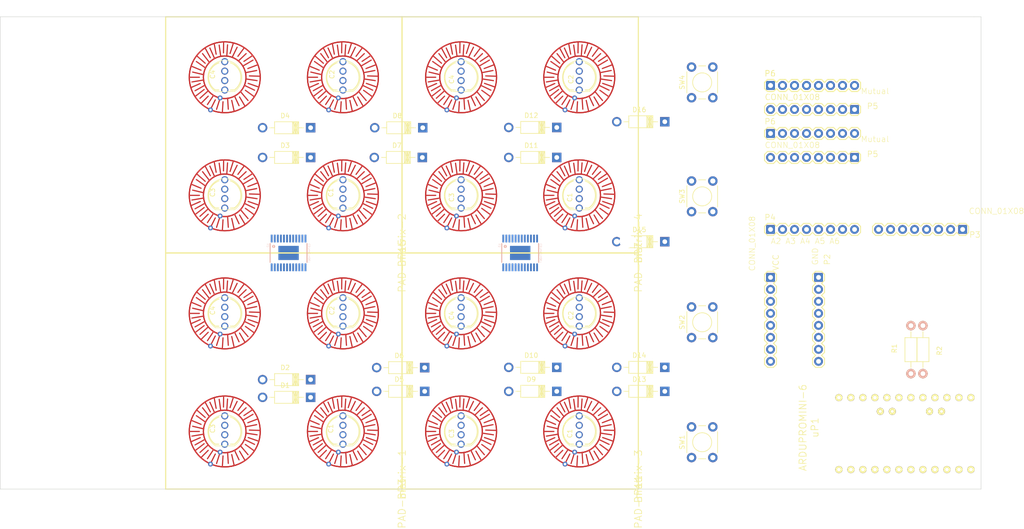
<source format=kicad_pcb>
(kicad_pcb (version 4) (host pcbnew 4.0.4-stable)
  (layers (0 F.Cu signal) (31 B.Cu signal) (34 B.Paste user) (35 F.Paste user) (36 B.SilkS user) (37 F.SilkS user) (38 B.Mask user) (39 F.Mask user) (44 Edge.Cuts user))
  (net 0 "")
  (net 1 "Net-(D1-Pad2)")
  (net 2 /MUXBS0)
  (net 3 "Net-(D2-Pad2)")
  (net 4 "Net-(D3-Pad2)")
  (net 5 "Net-(D4-Pad2)")
  (net 6 "Net-(D5-Pad2)")
  (net 7 /MUXBS1)
  (net 8 "Net-(D6-Pad2)")
  (net 9 "Net-(D7-Pad2)")
  (net 10 "Net-(D8-Pad2)")
  (net 11 "Net-(D9-Pad2)")
  (net 12 /MUXBS2)
  (net 13 "Net-(D10-Pad2)")
  (net 14 "Net-(D11-Pad2)")
  (net 15 "Net-(D12-Pad2)")
  (net 16 "Net-(D13-Pad2)")
  (net 17 /MUXBS3)
  (net 18 "Net-(D14-Pad2)")
  (net 19 "Net-(D15-Pad2)")
  (net 20 "Net-(D16-Pad2)")
  (net 21 /VCC)
  (net 22 GNDREF)
  (net 23 /PB0)
  (net 24 /PB1)
  (net 25 /PB2)
  (net 26 /PB3)
  (net 27 /PB4)
  (net 28 /PB5)
  (net 29 "Net-(P3-Pad7)")
  (net 30 "Net-(P3-Pad8)")
  (net 31 /A2)
  (net 32 /A3)
  (net 33 /A4)
  (net 34 /A5)
  (net 35 /A6)
  (net 36 "Net-(P4-Pad6)")
  (net 37 "Net-(P4-Pad7)")
  (net 38 "Net-(P4-Pad8)")
  (net 39 "Net-(P5-Pad1)")
  (net 40 "Net-(P5-Pad2)")
  (net 41 "Net-(P5-Pad3)")
  (net 42 "Net-(P5-Pad4)")
  (net 43 "Net-(P5-Pad5)")
  (net 44 "Net-(P5-Pad6)")
  (net 45 "Net-(P5-Pad7)")
  (net 46 "Net-(P5-Pad8)")
  (net 47 /MUXAB7)
  (net 48 /MUXAG11)
  (net 49 /MUXAR15)
  (net 50 /MUXAS3)
  (net 51 /MUXBG11)
  (net 52 /MUXBG8)
  (net 53 /MUXAB6)
  (net 54 /MUXAG10)
  (net 55 /MUXAR14)
  (net 56 /MUXAS2)
  (net 57 /MUXAB5)
  (net 58 /MUXAG9)
  (net 59 /MUXAR13)
  (net 60 /MUXAS1)
  (net 61 /MUXAB4)
  (net 62 /MUXAG8)
  (net 63 /MUXAR12)
  (net 64 /MUXAS0)
  (net 65 /MUXBG9)
  (net 66 /MUXBG10)
  (net 67 /A1)
  (net 68 /A0)
  (net 69 /MUXBS4)
  (net 70 /MUXBS5)
  (net 71 /MUXBS6)
  (net 72 /MUXBS7)
  (net 73 /PD0)
  (net 74 /PD1)
  (net 75 GND)
  (net 76 /PD3)
  (net 77 /PD2)
  (net 78 /MUX12)
  (net 79 /MUX13)
  (net 80 /MUX14)
  (net 81 /MUX15)
  (net 82 /PD4)
  (net 83 /PD5)
  (net 84 /PD7)
  (net 85 /PD6)
  (net 86 "Net-(uP1-Pad9)")
  (net 87 "Net-(uP1-Pad19)")
  (net 88 "Net-(uP1-Pad20)")
  (net 89 "Net-(uP1-Pad21)")
  (net 90 /A7)
  (net 91 "Net-(PAD-matrix-3-PadBLU1)")
  (net 92 "Net-(PAD-matrix-3-PadGRN1)")
  (net 93 "Net-(PAD-matrix-3-PadRED1)")
  (net 94 "Net-(PAD-matrix-3-PadSIG1)")
  (net 95 "Net-(PAD-matrix-3-PadBLU2)")
  (net 96 "Net-(PAD-matrix-3-PadGRN2)")
  (net 97 "Net-(PAD-matrix-3-PadRED2)")
  (net 98 "Net-(PAD-matrix-3-PadSIG3)")
  (net 99 "Net-(PAD-matrix-4-PadBLU1)")
  (net 100 "Net-(PAD-matrix-4-PadGRN1)")
  (net 101 "Net-(PAD-matrix-4-PadRED1)")
  (net 102 "Net-(PAD-matrix-4-PadSIG1)")
  (net 103 "Net-(PAD-matrix-4-PadBLU2)")
  (net 104 "Net-(PAD-matrix-4-PadGRN2)")
  (net 105 "Net-(PAD-matrix-4-PadRED2)")
  (net 106 "Net-(PAD-matrix-4-PadSIG3)")
  (module SparkFun-Connectors:1X08 (layer F.Cu) (at 187.96 66.04)
    (fp_text reference P6 (at -1.3462 -1.8288) (layer F.SilkS) (effects (font (size 1.2065 1.2065) (thickness 0.127)) (justify left bottom)))
    (fp_text value CONN_01X08 (at -1.27 3.175) (layer F.SilkS) (effects (font (size 1.2065 1.2065) (thickness 0.1016)) (justify left bottom)))
    (pad 1 thru_hole rect (at 0 0 90) (size 1.8796 1.8796) (drill 1.016) (layers *.Cu *.Mask) (net 46 "Net-(P5-Pad8)"))
    (pad 2 thru_hole circle (at 2.54 0 90) (size 1.8796 1.8796) (drill 1.016) (layers *.Cu *.Mask) (net 45 "Net-(P5-Pad7)"))
    (pad 3 thru_hole circle (at 5.08 0 90) (size 1.8796 1.8796) (drill 1.016) (layers *.Cu *.Mask) (net 44 "Net-(P5-Pad6)"))
    (pad 4 thru_hole circle (at 7.62 0 90) (size 1.8796 1.8796) (drill 1.016) (layers *.Cu *.Mask) (net 43 "Net-(P5-Pad5)"))
    (pad 5 thru_hole circle (at 10.16 0 90) (size 1.8796 1.8796) (drill 1.016) (layers *.Cu *.Mask) (net 42 "Net-(P5-Pad4)"))
    (pad 6 thru_hole circle (at 12.7 0 90) (size 1.8796 1.8796) (drill 1.016) (layers *.Cu *.Mask) (net 41 "Net-(P5-Pad3)"))
    (pad 7 thru_hole circle (at 15.24 0 90) (size 1.8796 1.8796) (drill 1.016) (layers *.Cu *.Mask) (net 40 "Net-(P5-Pad2)"))
    (pad 8 thru_hole circle (at 17.78 0 90) (size 1.8796 1.8796) (drill 1.016) (layers *.Cu *.Mask) (net 39 "Net-(P5-Pad1)"))
  )
  (module SparkFun-Connectors:1X08 (layer F.Cu) (at 187.96 66.04)
    (fp_text reference P6 (at -1.3462 -1.8288) (layer F.SilkS) (effects (font (size 1.2065 1.2065) (thickness 0.127)) (justify left bottom)))
    (fp_text value CONN_01X08 (at -1.27 3.175) (layer F.SilkS) (effects (font (size 1.2065 1.2065) (thickness 0.1016)) (justify left bottom)))
    (pad 1 thru_hole rect (at 0 0 90) (size 1.8796 1.8796) (drill 1.016) (layers *.Cu *.Mask) (net 46 "Net-(P5-Pad8)"))
    (pad 2 thru_hole circle (at 2.54 0 90) (size 1.8796 1.8796) (drill 1.016) (layers *.Cu *.Mask) (net 45 "Net-(P5-Pad7)"))
    (pad 3 thru_hole circle (at 5.08 0 90) (size 1.8796 1.8796) (drill 1.016) (layers *.Cu *.Mask) (net 44 "Net-(P5-Pad6)"))
    (pad 4 thru_hole circle (at 7.62 0 90) (size 1.8796 1.8796) (drill 1.016) (layers *.Cu *.Mask) (net 43 "Net-(P5-Pad5)"))
    (pad 5 thru_hole circle (at 10.16 0 90) (size 1.8796 1.8796) (drill 1.016) (layers *.Cu *.Mask) (net 42 "Net-(P5-Pad4)"))
    (pad 6 thru_hole circle (at 12.7 0 90) (size 1.8796 1.8796) (drill 1.016) (layers *.Cu *.Mask) (net 41 "Net-(P5-Pad3)"))
    (pad 7 thru_hole circle (at 15.24 0 90) (size 1.8796 1.8796) (drill 1.016) (layers *.Cu *.Mask) (net 40 "Net-(P5-Pad2)"))
    (pad 8 thru_hole circle (at 17.78 0 90) (size 1.8796 1.8796) (drill 1.016) (layers *.Cu *.Mask) (net 39 "Net-(P5-Pad1)"))
  )
  (module SparkFun-Connectors:1X08 (layer F.Cu) (at 205.74 71.12 180)
    (fp_text reference P5 (at -2.550468 0 180) (layer F.SilkS) (effects (font (size 1.2065 1.2065) (thickness 0.127)) (justify left bottom)))
    (fp_text value Mutual (at -1.280468 3.175 180) (layer F.SilkS) (effects (font (size 1.2065 1.2065) (thickness 0.1016)) (justify left bottom)))
    (pad 1 thru_hole rect (at 0 0 270) (size 1.8796 1.8796) (drill 1.016) (layers *.Cu *.Mask) (net 39 "Net-(P5-Pad1)"))
    (pad 2 thru_hole circle (at 2.54 0 270) (size 1.8796 1.8796) (drill 1.016) (layers *.Cu *.Mask) (net 40 "Net-(P5-Pad2)"))
    (pad 3 thru_hole circle (at 5.08 0 270) (size 1.8796 1.8796) (drill 1.016) (layers *.Cu *.Mask) (net 41 "Net-(P5-Pad3)"))
    (pad 4 thru_hole circle (at 7.62 0 270) (size 1.8796 1.8796) (drill 1.016) (layers *.Cu *.Mask) (net 42 "Net-(P5-Pad4)"))
    (pad 5 thru_hole circle (at 10.16 0 270) (size 1.8796 1.8796) (drill 1.016) (layers *.Cu *.Mask) (net 43 "Net-(P5-Pad5)"))
    (pad 6 thru_hole circle (at 12.7 0 270) (size 1.8796 1.8796) (drill 1.016) (layers *.Cu *.Mask) (net 44 "Net-(P5-Pad6)"))
    (pad 7 thru_hole circle (at 15.24 0 270) (size 1.8796 1.8796) (drill 1.016) (layers *.Cu *.Mask) (net 45 "Net-(P5-Pad7)"))
    (pad 8 thru_hole circle (at 17.78 0 270) (size 1.8796 1.8796) (drill 1.016) (layers *.Cu *.Mask) (net 46 "Net-(P5-Pad8)"))
  )
  (module button-pad-autotel:2x2-buttonpad-sparkfun-autotel (layer F.Cu) (at 160 101.5 90)
    (fp_text reference PAD-matrix-4 (at 0 0 90) (layer F.SilkS))
    (fp_text value BP7 (at 0 0 90) (layer F.SilkS))
    (fp_line (start 5.41 -39.24) (end 7.78 -38.48) (layer F.Cu) (width 0.254))
    (fp_line (start 4.73 -38.01) (end 7.02 -37.87) (layer F.Cu) (width 0.254))
    (fp_line (start 5.44 -36.75) (end 7.74 -36.9) (layer F.Cu) (width 0.254))
    (fp_line (start 7.31 -36.03) (end 5.03 -35.52) (layer F.Cu) (width 0.254))
    (fp_line (start 6.19 -34.48) (end 8.19 -35.42) (layer F.Cu) (width 0.254))
    (fp_line (start 6.08 -33.22) (end 8.03 -34.37) (layer F.Cu) (width 0.254))
    (fp_line (start 9.15 -34.16) (end 7.28 -32.58) (layer F.Cu) (width 0.254))
    (fp_line (start 9.44 -33.13) (end 8.1 -31.28) (layer F.Cu) (width 0.254))
    (fp_line (start 9.46 -31.19) (end 10.45 -33.25) (layer F.Cu) (width 0.254))
    (fp_line (start 10.91 -32.55) (end 10.15 -30.37) (layer F.Cu) (width 0.254))
    (fp_line (start 11.49 -30.66) (end 11.84 -32.99) (layer F.Cu) (width 0.254))
    (fp_line (start 12.49 -32.29) (end 12.42 -30.06) (layer F.Cu) (width 0.254))
    (fp_line (start 13.64 -30.74) (end 13.18 -33.09) (layer F.Cu) (width 0.254))
    (fp_line (start 14.05 -32.62) (end 14.83 -30.57) (layer F.Cu) (width 0.254))
    (fp_line (start 15.83 -31.52) (end 14.58 -33.66) (layer F.Cu) (width 0.254))
    (fp_line (start 15.57 -33.44) (end 16.77 -31.66) (layer F.Cu) (width 0.254))
    (fp_line (start 15.66 -34.6) (end 17.21 -32.98) (layer F.Cu) (width 0.254))
    (fp_line (start 16.64 -34.72) (end 18.39 -33.42) (layer F.Cu) (width 0.254))
    (fp_line (start 16.43 -35.93) (end 18.56 -34.88) (layer F.Cu) (width 0.254))
    (fp_line (start 17.25 -36.38) (end 19.37 -35.7) (layer F.Cu) (width 0.254))
    (fp_line (start 16.71 -37.07) (end 19.07 -36.91) (layer F.Cu) (width 0.254))
    (fp_line (start 17.37 -37.77) (end 19.66 -37.74) (layer F.Cu) (width 0.254))
    (fp_line (start 16.67 -38.36) (end 19.01 -38.68) (layer F.Cu) (width 0.254))
    (fp_line (start 17.09 -39.32) (end 19.33 -39.74) (layer F.Cu) (width 0.254))
    (fp_line (start 16.23 -39.68) (end 18.4 -40.65) (layer F.Cu) (width 0.254))
    (fp_line (start 16.34 -40.55) (end 18.37 -41.64) (layer F.Cu) (width 0.254))
    (fp_line (start 15.39 -40.77) (end 17.21 -42.2) (layer F.Cu) (width 0.254))
    (fp_line (start 16.73 -43.42) (end 15.17 -41.64) (layer F.Cu) (width 0.254))
    (fp_line (start 14.2 -41.6) (end 15.54 -43.51) (layer F.Cu) (width 0.254))
    (fp_line (start 13.7 -42.52) (end 14.54 -44.54) (layer F.Cu) (width 0.254))
    (fp_line (start 12.76 -42.01) (end 13.3 -44.29) (layer F.Cu) (width 0.254))
    (fp_line (start 12.2 -42.87) (end 12.2 -44.99) (layer F.Cu) (width 0.254))
    (fp_line (start 11.62 -41.98) (end 11.21 -44.45) (layer F.Cu) (width 0.254))
    (fp_line (start 10.88 -42.68) (end 10.02 -44.65) (layer F.Cu) (width 0.254))
    (fp_line (start 9.35 -43.78) (end 10.46 -41.8) (layer F.Cu) (width 0.254))
    (fp_line (start 8.16 -43.74) (end 9.61 -41.86) (layer F.Cu) (width 0.254))
    (fp_line (start 7.76 -42.74) (end 9.32 -41.02) (layer F.Cu) (width 0.254))
    (fp_line (start 6.68 -42.51) (end 8.2 -41) (layer F.Cu) (width 0.254))
    (fp_line (start 6.43 -41.16) (end 8.29 -39.93) (layer F.Cu) (width 0.254))
    (fp_line (start 5.36 -40.53) (end 7.42 -39.5) (layer F.Cu) (width 0.254))
    (fp_line (start 30.41 -39.24) (end 32.78 -38.48) (layer F.Cu) (width 0.254))
    (fp_line (start 29.73 -38.01) (end 32.02 -37.87) (layer F.Cu) (width 0.254))
    (fp_line (start 30.44 -36.75) (end 32.74 -36.9) (layer F.Cu) (width 0.254))
    (fp_line (start 32.31 -36.03) (end 30.03 -35.52) (layer F.Cu) (width 0.254))
    (fp_line (start 31.19 -34.48) (end 33.19 -35.42) (layer F.Cu) (width 0.254))
    (fp_line (start 31.08 -33.22) (end 33.03 -34.37) (layer F.Cu) (width 0.254))
    (fp_line (start 34.15 -34.16) (end 32.28 -32.58) (layer F.Cu) (width 0.254))
    (fp_line (start 34.44 -33.13) (end 33.1 -31.28) (layer F.Cu) (width 0.254))
    (fp_line (start 34.46 -31.19) (end 35.45 -33.25) (layer F.Cu) (width 0.254))
    (fp_line (start 35.91 -32.55) (end 35.15 -30.37) (layer F.Cu) (width 0.254))
    (fp_line (start 36.49 -30.66) (end 36.84 -32.99) (layer F.Cu) (width 0.254))
    (fp_line (start 37.49 -32.29) (end 37.42 -30.06) (layer F.Cu) (width 0.254))
    (fp_line (start 38.64 -30.74) (end 38.18 -33.09) (layer F.Cu) (width 0.254))
    (fp_line (start 39.05 -32.62) (end 39.83 -30.57) (layer F.Cu) (width 0.254))
    (fp_line (start 40.83 -31.52) (end 39.58 -33.66) (layer F.Cu) (width 0.254))
    (fp_line (start 40.57 -33.44) (end 41.77 -31.66) (layer F.Cu) (width 0.254))
    (fp_line (start 40.66 -34.6) (end 42.21 -32.98) (layer F.Cu) (width 0.254))
    (fp_line (start 41.64 -34.72) (end 43.39 -33.42) (layer F.Cu) (width 0.254))
    (fp_line (start 41.43 -35.93) (end 43.56 -34.88) (layer F.Cu) (width 0.254))
    (fp_line (start 42.25 -36.38) (end 44.37 -35.7) (layer F.Cu) (width 0.254))
    (fp_line (start 41.71 -37.07) (end 44.07 -36.91) (layer F.Cu) (width 0.254))
    (fp_line (start 42.37 -37.77) (end 44.66 -37.74) (layer F.Cu) (width 0.254))
    (fp_line (start 41.67 -38.36) (end 44.01 -38.68) (layer F.Cu) (width 0.254))
    (fp_line (start 42.09 -39.32) (end 44.33 -39.74) (layer F.Cu) (width 0.254))
    (fp_line (start 41.23 -39.68) (end 43.4 -40.65) (layer F.Cu) (width 0.254))
    (fp_line (start 41.34 -40.55) (end 43.37 -41.64) (layer F.Cu) (width 0.254))
    (fp_line (start 40.39 -40.77) (end 42.21 -42.2) (layer F.Cu) (width 0.254))
    (fp_line (start 41.73 -43.42) (end 40.17 -41.64) (layer F.Cu) (width 0.254))
    (fp_line (start 39.2 -41.6) (end 40.54 -43.51) (layer F.Cu) (width 0.254))
    (fp_line (start 38.7 -42.52) (end 39.54 -44.54) (layer F.Cu) (width 0.254))
    (fp_line (start 37.76 -42.01) (end 38.3 -44.29) (layer F.Cu) (width 0.254))
    (fp_line (start 37.2 -42.87) (end 37.2 -44.99) (layer F.Cu) (width 0.254))
    (fp_line (start 36.62 -41.98) (end 36.21 -44.45) (layer F.Cu) (width 0.254))
    (fp_line (start 35.88 -42.68) (end 35.02 -44.65) (layer F.Cu) (width 0.254))
    (fp_line (start 34.35 -43.78) (end 35.46 -41.8) (layer F.Cu) (width 0.254))
    (fp_line (start 33.16 -43.74) (end 34.61 -41.86) (layer F.Cu) (width 0.254))
    (fp_line (start 32.76 -42.74) (end 34.32 -41.02) (layer F.Cu) (width 0.254))
    (fp_line (start 31.68 -42.51) (end 33.2 -41) (layer F.Cu) (width 0.254))
    (fp_line (start 31.43 -41.16) (end 33.29 -39.93) (layer F.Cu) (width 0.254))
    (fp_line (start 30.36 -40.53) (end 32.42 -39.5) (layer F.Cu) (width 0.254))
    (fp_line (start 5.41 -14.24) (end 7.78 -13.48) (layer F.Cu) (width 0.254))
    (fp_line (start 4.73 -13.01) (end 7.02 -12.87) (layer F.Cu) (width 0.254))
    (fp_line (start 5.44 -11.75) (end 7.74 -11.9) (layer F.Cu) (width 0.254))
    (fp_line (start 7.31 -11.03) (end 5.03 -10.52) (layer F.Cu) (width 0.254))
    (fp_line (start 6.19 -9.48) (end 8.19 -10.42) (layer F.Cu) (width 0.254))
    (fp_line (start 6.08 -8.22) (end 8.03 -9.37) (layer F.Cu) (width 0.254))
    (fp_line (start 9.15 -9.16) (end 7.28 -7.58) (layer F.Cu) (width 0.254))
    (fp_line (start 9.44 -8.13) (end 8.1 -6.28) (layer F.Cu) (width 0.254))
    (fp_line (start 9.46 -6.19) (end 10.45 -8.25) (layer F.Cu) (width 0.254))
    (fp_line (start 10.91 -7.55) (end 10.15 -5.37) (layer F.Cu) (width 0.254))
    (fp_line (start 11.49 -5.66) (end 11.84 -7.99) (layer F.Cu) (width 0.254))
    (fp_line (start 12.49 -7.29) (end 12.42 -5.06) (layer F.Cu) (width 0.254))
    (fp_line (start 13.64 -5.74) (end 13.18 -8.09) (layer F.Cu) (width 0.254))
    (fp_line (start 14.05 -7.62) (end 14.83 -5.57) (layer F.Cu) (width 0.254))
    (fp_line (start 15.83 -6.52) (end 14.58 -8.66) (layer F.Cu) (width 0.254))
    (fp_line (start 15.57 -8.44) (end 16.77 -6.66) (layer F.Cu) (width 0.254))
    (fp_line (start 15.66 -9.6) (end 17.21 -7.98) (layer F.Cu) (width 0.254))
    (fp_line (start 16.64 -9.72) (end 18.39 -8.42) (layer F.Cu) (width 0.254))
    (fp_line (start 16.43 -10.93) (end 18.56 -9.88) (layer F.Cu) (width 0.254))
    (fp_line (start 17.25 -11.38) (end 19.37 -10.7) (layer F.Cu) (width 0.254))
    (fp_line (start 16.71 -12.07) (end 19.07 -11.91) (layer F.Cu) (width 0.254))
    (fp_line (start 17.37 -12.77) (end 19.66 -12.74) (layer F.Cu) (width 0.254))
    (fp_line (start 16.67 -13.36) (end 19.01 -13.68) (layer F.Cu) (width 0.254))
    (fp_line (start 17.09 -14.32) (end 19.33 -14.74) (layer F.Cu) (width 0.254))
    (fp_line (start 16.23 -14.68) (end 18.4 -15.65) (layer F.Cu) (width 0.254))
    (fp_line (start 16.34 -15.55) (end 18.37 -16.64) (layer F.Cu) (width 0.254))
    (fp_line (start 15.39 -15.77) (end 17.21 -17.2) (layer F.Cu) (width 0.254))
    (fp_line (start 16.73 -18.42) (end 15.17 -16.64) (layer F.Cu) (width 0.254))
    (fp_line (start 14.2 -16.6) (end 15.54 -18.51) (layer F.Cu) (width 0.254))
    (fp_line (start 13.7 -17.52) (end 14.54 -19.54) (layer F.Cu) (width 0.254))
    (fp_line (start 12.76 -17.01) (end 13.3 -19.29) (layer F.Cu) (width 0.254))
    (fp_line (start 12.2 -17.87) (end 12.2 -19.99) (layer F.Cu) (width 0.254))
    (fp_line (start 11.62 -16.98) (end 11.21 -19.45) (layer F.Cu) (width 0.254))
    (fp_line (start 10.88 -17.68) (end 10.02 -19.65) (layer F.Cu) (width 0.254))
    (fp_line (start 9.35 -18.78) (end 10.46 -16.8) (layer F.Cu) (width 0.254))
    (fp_line (start 8.16 -18.74) (end 9.61 -16.86) (layer F.Cu) (width 0.254))
    (fp_line (start 7.76 -17.74) (end 9.32 -16.02) (layer F.Cu) (width 0.254))
    (fp_line (start 6.68 -17.51) (end 8.2 -16) (layer F.Cu) (width 0.254))
    (fp_line (start 6.43 -16.16) (end 8.29 -14.93) (layer F.Cu) (width 0.254))
    (fp_line (start 5.36 -15.53) (end 7.42 -14.5) (layer F.Cu) (width 0.254))
    (fp_line (start 30.41 -14.24) (end 32.78 -13.48) (layer F.Cu) (width 0.254))
    (fp_line (start 29.73 -13.01) (end 32.02 -12.87) (layer F.Cu) (width 0.254))
    (fp_line (start 30.44 -11.75) (end 32.74 -11.9) (layer F.Cu) (width 0.254))
    (fp_line (start 32.31 -11.03) (end 30.03 -10.52) (layer F.Cu) (width 0.254))
    (fp_line (start 31.19 -9.48) (end 33.19 -10.42) (layer F.Cu) (width 0.254))
    (fp_line (start 31.08 -8.22) (end 33.03 -9.37) (layer F.Cu) (width 0.254))
    (fp_line (start 34.15 -9.16) (end 32.28 -7.58) (layer F.Cu) (width 0.254))
    (fp_line (start 34.44 -8.13) (end 33.1 -6.28) (layer F.Cu) (width 0.254))
    (fp_line (start 34.46 -6.19) (end 35.45 -8.25) (layer F.Cu) (width 0.254))
    (fp_line (start 35.91 -7.55) (end 35.15 -5.37) (layer F.Cu) (width 0.254))
    (fp_line (start 36.49 -5.66) (end 36.84 -7.99) (layer F.Cu) (width 0.254))
    (fp_line (start 37.49 -7.29) (end 37.42 -5.06) (layer F.Cu) (width 0.254))
    (fp_line (start 38.64 -5.74) (end 38.18 -8.09) (layer F.Cu) (width 0.254))
    (fp_line (start 39.05 -7.62) (end 39.83 -5.57) (layer F.Cu) (width 0.254))
    (fp_line (start 40.83 -6.52) (end 39.58 -8.66) (layer F.Cu) (width 0.254))
    (fp_line (start 40.57 -8.44) (end 41.77 -6.66) (layer F.Cu) (width 0.254))
    (fp_line (start 40.66 -9.6) (end 42.21 -7.98) (layer F.Cu) (width 0.254))
    (fp_line (start 41.64 -9.72) (end 43.39 -8.42) (layer F.Cu) (width 0.254))
    (fp_line (start 41.43 -10.93) (end 43.56 -9.88) (layer F.Cu) (width 0.254))
    (fp_line (start 42.25 -11.38) (end 44.37 -10.7) (layer F.Cu) (width 0.254))
    (fp_line (start 41.71 -12.07) (end 44.07 -11.91) (layer F.Cu) (width 0.254))
    (fp_line (start 42.37 -12.77) (end 44.66 -12.74) (layer F.Cu) (width 0.254))
    (fp_line (start 41.67 -13.36) (end 44.01 -13.68) (layer F.Cu) (width 0.254))
    (fp_line (start 42.09 -14.32) (end 44.33 -14.74) (layer F.Cu) (width 0.254))
    (fp_line (start 41.23 -14.68) (end 43.4 -15.65) (layer F.Cu) (width 0.254))
    (fp_line (start 41.34 -15.55) (end 43.37 -16.64) (layer F.Cu) (width 0.254))
    (fp_line (start 40.39 -15.77) (end 42.21 -17.2) (layer F.Cu) (width 0.254))
    (fp_line (start 41.73 -18.42) (end 40.17 -16.64) (layer F.Cu) (width 0.254))
    (fp_line (start 39.2 -16.6) (end 40.54 -18.51) (layer F.Cu) (width 0.254))
    (fp_line (start 38.7 -17.52) (end 39.54 -19.54) (layer F.Cu) (width 0.254))
    (fp_line (start 37.76 -17.01) (end 38.3 -19.29) (layer F.Cu) (width 0.254))
    (fp_line (start 37.2 -17.87) (end 37.2 -19.99) (layer F.Cu) (width 0.254))
    (fp_line (start 36.62 -16.98) (end 36.21 -19.45) (layer F.Cu) (width 0.254))
    (fp_line (start 35.88 -17.68) (end 35.02 -19.65) (layer F.Cu) (width 0.254))
    (fp_line (start 34.35 -18.78) (end 35.46 -16.8) (layer F.Cu) (width 0.254))
    (fp_line (start 33.16 -18.74) (end 34.61 -16.86) (layer F.Cu) (width 0.254))
    (fp_line (start 32.76 -17.74) (end 34.32 -16.02) (layer F.Cu) (width 0.254))
    (fp_line (start 31.68 -17.51) (end 33.2 -16) (layer F.Cu) (width 0.254))
    (fp_line (start 31.43 -16.16) (end 33.29 -14.93) (layer F.Cu) (width 0.254))
    (fp_line (start 30.36 -15.53) (end 32.42 -14.5) (layer F.Cu) (width 0.254))
    (fp_circle (center 12.2 -37.5) (end 19.7 -37.5) (layer F.Cu) (width 0.254))
    (fp_circle (center 12.21 -37.51) (end 16.71 -37.51) (layer F.Cu) (width 0.254))
    (fp_circle (center 12.2 -37.51) (end 16.7106 -37.51) (layer F.Cu) (width 0.254))
    (fp_circle (center 12.2 -37.5) (end 19.6998 -37.5) (layer F.Cu) (width 0.254))
    (fp_circle (center 37.2 -37.5) (end 44.7 -37.5) (layer F.Cu) (width 0.254))
    (fp_circle (center 37.21 -37.51) (end 41.71 -37.51) (layer F.Cu) (width 0.254))
    (fp_circle (center 37.2 -37.51) (end 41.7106 -37.51) (layer F.Cu) (width 0.254))
    (fp_circle (center 37.2 -37.5) (end 44.6998 -37.5) (layer F.Cu) (width 0.254))
    (fp_circle (center 12.2 -12.5) (end 19.7 -12.5) (layer F.Cu) (width 0.254))
    (fp_circle (center 12.21 -12.51) (end 16.71 -12.51) (layer F.Cu) (width 0.254))
    (fp_circle (center 12.2 -12.51) (end 16.7106 -12.51) (layer F.Cu) (width 0.254))
    (fp_circle (center 12.2 -12.5) (end 19.6998 -12.5) (layer F.Cu) (width 0.254))
    (fp_circle (center 37.2 -12.5) (end 44.7 -12.5) (layer F.Cu) (width 0.254))
    (fp_circle (center 37.21 -12.51) (end 41.71 -12.51) (layer F.Cu) (width 0.254))
    (fp_circle (center 37.2 -12.51) (end 41.7106 -12.51) (layer F.Cu) (width 0.254))
    (fp_circle (center 37.2 -12.5) (end 44.6998 -12.5) (layer F.Cu) (width 0.254))
    (fp_text user C3 (at 11.75 -39.5 90) (layer F.SilkS) (effects (font (size 0.9652 0.9652) (thickness 0.1524))))
    (fp_text user C4 (at 36.75 -39.5 90) (layer F.SilkS) (effects (font (size 0.9652 0.9652) (thickness 0.1524))))
    (fp_text user C1 (at 11.75 -14.5 90) (layer F.SilkS) (effects (font (size 0.9652 0.9652) (thickness 0.1524))))
    (fp_text user C2 (at 36.75 -14.25 90) (layer F.SilkS) (effects (font (size 0.9652 0.9652) (thickness 0.1524))))
    (pad GND3 thru_hole circle (at 11.5 -37.5 180) (size 1.508 1.508) (drill 1) (layers *.Cu *.Mask) (net 66 /MUXBG10))
    (pad BLU3 thru_hole circle (at 13.5 -37.5 180) (size 1.508 1.508) (drill 1) (layers *.Cu *.Mask) (net 57 /MUXAB5))
    (pad GRN3 thru_hole circle (at 15.5 -37.5 180) (size 1.508 1.508) (drill 1) (layers *.Cu *.Mask) (net 58 /MUXAG9))
    (pad RED3 thru_hole circle (at 9.5 -37.5) (size 1.508 1.508) (drill 1) (layers *.Cu *.Mask) (net 59 /MUXAR13))
    (pad GND4 thru_hole circle (at 36.5 -37.5 180) (size 1.508 1.508) (drill 1) (layers *.Cu *.Mask) (net 66 /MUXBG10))
    (pad BLU4 thru_hole circle (at 38.5 -37.5 180) (size 1.508 1.508) (drill 1) (layers *.Cu *.Mask) (net 61 /MUXAB4))
    (pad GRN4 thru_hole circle (at 40.5 -37.5 180) (size 1.508 1.508) (drill 1) (layers *.Cu *.Mask) (net 62 /MUXAG8))
    (pad RED4 thru_hole circle (at 34.5 -37.5) (size 1.508 1.508) (drill 1) (layers *.Cu *.Mask) (net 63 /MUXAR12))
    (pad GND1 thru_hole circle (at 11.5 -12.5 180) (size 1.508 1.508) (drill 1) (layers *.Cu *.Mask) (net 51 /MUXBG11))
    (pad BLU1 thru_hole circle (at 13.5 -12.5 180) (size 1.508 1.508) (drill 1) (layers *.Cu *.Mask) (net 99 "Net-(PAD-matrix-4-PadBLU1)"))
    (pad GRN1 thru_hole circle (at 15.5 -12.5 180) (size 1.508 1.508) (drill 1) (layers *.Cu *.Mask) (net 100 "Net-(PAD-matrix-4-PadGRN1)"))
    (pad RED1 thru_hole circle (at 9.5 -12.5) (size 1.508 1.508) (drill 1) (layers *.Cu *.Mask) (net 101 "Net-(PAD-matrix-4-PadRED1)"))
    (pad SIG2 thru_hole circle (at 7.828 -13.481 90) (size 1.016 1.016) (drill 0.508) (layers *.Cu *.Mask) (net 19 "Net-(D15-Pad2)"))
    (pad SIG1 thru_hole circle (at 5.288 -15.513 90) (size 1.016 1.016) (drill 0.508) (layers *.Cu *.Mask) (net 102 "Net-(PAD-matrix-4-PadSIG1)"))
    (pad GND2 thru_hole circle (at 36.5 -12.5 180) (size 1.508 1.508) (drill 1) (layers *.Cu *.Mask) (net 51 /MUXBG11))
    (pad BLU2 thru_hole circle (at 38.5 -12.5 180) (size 1.508 1.508) (drill 1) (layers *.Cu *.Mask) (net 103 "Net-(PAD-matrix-4-PadBLU2)"))
    (pad GRN2 thru_hole circle (at 40.5 -12.5 180) (size 1.508 1.508) (drill 1) (layers *.Cu *.Mask) (net 104 "Net-(PAD-matrix-4-PadGRN2)"))
    (pad RED2 thru_hole circle (at 34.5 -12.5) (size 1.508 1.508) (drill 1) (layers *.Cu *.Mask) (net 105 "Net-(PAD-matrix-4-PadRED2)"))
    (pad SIG4 thru_hole circle (at 32.828 -13.481 90) (size 1.016 1.016) (drill 0.508) (layers *.Cu *.Mask) (net 20 "Net-(D16-Pad2)"))
    (pad SIG3 thru_hole circle (at 30.288 -15.513 90) (size 1.016 1.016) (drill 0.508) (layers *.Cu *.Mask) (net 106 "Net-(PAD-matrix-4-PadSIG3)"))
    (pad SIG6 thru_hole circle (at 7.828 -38.481 90) (size 1.016 1.016) (drill 0.508) (layers *.Cu *.Mask) (net 14 "Net-(D11-Pad2)"))
    (pad SIG5 thru_hole circle (at 5.288 -40.513 90) (size 1.016 1.016) (drill 0.508) (layers *.Cu *.Mask) (net 60 /MUXAS1))
    (pad SIG8 thru_hole circle (at 32.828 -38.481 90) (size 1.016 1.016) (drill 0.508) (layers *.Cu *.Mask) (net 15 "Net-(D12-Pad2)"))
    (pad SIG7 thru_hole circle (at 30.288 -40.513 90) (size 1.016 1.016) (drill 0.508) (layers *.Cu *.Mask) (net 64 /MUXAS0))
    (pad "" np_thru_hole circle (at 12.5 -25 90) (size 3 3) (drill 3) (layers *.Cu))
    (pad "" np_thru_hole circle (at 25 -37.5 90) (size 3 3) (drill 3) (layers *.Cu))
    (pad "" np_thru_hole circle (at 37.5 -25 90) (size 3 3) (drill 3) (layers *.Cu))
    (pad "" np_thru_hole circle (at 25 -12.5 90) (size 3 3) (drill 3) (layers *.Cu))
    (pad "" np_thru_hole circle (at 2.5 -2.5 90) (size 3 3) (drill 3) (layers *.Cu))
    (pad "" np_thru_hole circle (at 2.5 -47.5 90) (size 3 3) (drill 3) (layers *.Cu))
    (pad "" np_thru_hole circle (at 47.5 -47.5 90) (size 3 3) (drill 3) (layers *.Cu))
    (pad "" np_thru_hole circle (at 47.5 -2.5 90) (size 3 3) (drill 3) (layers *.Cu))
  )
  (module Diodes_ThroughHole:Diode_DO-41_SOD81_Horizontal_RM10 (layer F.Cu) (at 90.664 132.077 180)
    (fp_text reference D1 (at 5.38734 2.53746 180) (layer F.SilkS))
    (fp_text value D)
    (pad 2 thru_hole circle (at 10.16 -0.00254) (size 1.99898 1.99898) (drill 1.27) (layers *.Cu *.Mask) (net 1 "Net-(D1-Pad2)"))
    (pad 1 thru_hole rect (at 0 -0.00254) (size 1.99898 1.99898) (drill 1.00076) (layers *.Cu *.Mask) (net 2 /MUXBS0))
  )
  (module Diodes_ThroughHole:Diode_DO-41_SOD81_Horizontal_RM10 (layer F.Cu) (at 90.664 128.323 180)
    (fp_text reference D2 (at 5.38734 2.53746 180) (layer F.SilkS))
    (fp_text value D)
    (pad 2 thru_hole circle (at 10.16 -0.00254) (size 1.99898 1.99898) (drill 1.27) (layers *.Cu *.Mask) (net 3 "Net-(D2-Pad2)"))
    (pad 1 thru_hole rect (at 0 -0.00254) (size 1.99898 1.99898) (drill 1.00076) (layers *.Cu *.Mask) (net 2 /MUXBS0))
  )
  (module Diodes_ThroughHole:Diode_DO-41_SOD81_Horizontal_RM10 (layer F.Cu) (at 90.664 81.2775 180)
    (fp_text reference D3 (at 5.38734 2.53746 180) (layer F.SilkS))
    (fp_text value D)
    (pad 2 thru_hole circle (at 10.16 -0.00254) (size 1.99898 1.99898) (drill 1.27) (layers *.Cu *.Mask) (net 4 "Net-(D3-Pad2)"))
    (pad 1 thru_hole rect (at 0 -0.00254) (size 1.99898 1.99898) (drill 1.00076) (layers *.Cu *.Mask) (net 2 /MUXBS0))
  )
  (module Diodes_ThroughHole:Diode_DO-41_SOD81_Horizontal_RM10 (layer F.Cu) (at 90.664 74.9826 180)
    (fp_text reference D4 (at 5.38734 2.53746 180) (layer F.SilkS))
    (fp_text value D)
    (pad 2 thru_hole circle (at 10.16 -0.00254) (size 1.99898 1.99898) (drill 1.27) (layers *.Cu *.Mask) (net 5 "Net-(D4-Pad2)"))
    (pad 1 thru_hole rect (at 0 -0.00254) (size 1.99898 1.99898) (drill 1.00076) (layers *.Cu *.Mask) (net 2 /MUXBS0))
  )
  (module Diodes_ThroughHole:Diode_DO-41_SOD81_Horizontal_RM10 (layer F.Cu) (at 114.794 130.807 180)
    (fp_text reference D5 (at 5.38734 2.53746 180) (layer F.SilkS))
    (fp_text value D)
    (pad 2 thru_hole circle (at 10.16 -0.00254) (size 1.99898 1.99898) (drill 1.27) (layers *.Cu *.Mask) (net 6 "Net-(D5-Pad2)"))
    (pad 1 thru_hole rect (at 0 -0.00254) (size 1.99898 1.99898) (drill 1.00076) (layers *.Cu *.Mask) (net 7 /MUXBS1))
  )
  (module Diodes_ThroughHole:Diode_DO-41_SOD81_Horizontal_RM10 (layer F.Cu) (at 114.794 125.783 180)
    (fp_text reference D6 (at 5.38734 2.53746 180) (layer F.SilkS))
    (fp_text value D)
    (pad 2 thru_hole circle (at 10.16 -0.00254) (size 1.99898 1.99898) (drill 1.27) (layers *.Cu *.Mask) (net 8 "Net-(D6-Pad2)"))
    (pad 1 thru_hole rect (at 0 -0.00254) (size 1.99898 1.99898) (drill 1.00076) (layers *.Cu *.Mask) (net 7 /MUXBS1))
  )
  (module Diodes_ThroughHole:Diode_DO-41_SOD81_Horizontal_RM10 (layer F.Cu) (at 114.3 81.2775 180)
    (fp_text reference D7 (at 5.38734 2.53746 180) (layer F.SilkS))
    (fp_text value D)
    (pad 2 thru_hole circle (at 10.16 -0.00254) (size 1.99898 1.99898) (drill 1.27) (layers *.Cu *.Mask) (net 9 "Net-(D7-Pad2)"))
    (pad 1 thru_hole rect (at 0 -0.00254) (size 1.99898 1.99898) (drill 1.00076) (layers *.Cu *.Mask) (net 7 /MUXBS1))
  )
  (module Diodes_ThroughHole:Diode_DO-41_SOD81_Horizontal_RM10 (layer F.Cu) (at 114.385 74.9826 180)
    (fp_text reference D8 (at 5.38734 2.53746 180) (layer F.SilkS))
    (fp_text value D)
    (pad 2 thru_hole circle (at 10.16 -0.00254) (size 1.99898 1.99898) (drill 1.27) (layers *.Cu *.Mask) (net 10 "Net-(D8-Pad2)"))
    (pad 1 thru_hole rect (at 0 -0.00254) (size 1.99898 1.99898) (drill 1.00076) (layers *.Cu *.Mask) (net 7 /MUXBS1))
  )
  (module Diodes_ThroughHole:Diode_DO-41_SOD81_Horizontal_RM10 (layer F.Cu) (at 142.734 130.807 180)
    (fp_text reference D9 (at 5.38734 2.53746 180) (layer F.SilkS))
    (fp_text value D)
    (pad 2 thru_hole circle (at 10.16 -0.00254) (size 1.99898 1.99898) (drill 1.27) (layers *.Cu *.Mask) (net 11 "Net-(D9-Pad2)"))
    (pad 1 thru_hole rect (at 0 -0.00254) (size 1.99898 1.99898) (drill 1.00076) (layers *.Cu *.Mask) (net 12 /MUXBS2))
  )
  (module Diodes_ThroughHole:Diode_DO-41_SOD81_Horizontal_RM10 (layer F.Cu) (at 142.734 125.727 180)
    (fp_text reference D10 (at 5.38734 2.53746 180) (layer F.SilkS))
    (fp_text value D)
    (pad 2 thru_hole circle (at 10.16 -0.00254) (size 1.99898 1.99898) (drill 1.27) (layers *.Cu *.Mask) (net 13 "Net-(D10-Pad2)"))
    (pad 1 thru_hole rect (at 0 -0.00254) (size 1.99898 1.99898) (drill 1.00076) (layers *.Cu *.Mask) (net 12 /MUXBS2))
  )
  (module Diodes_ThroughHole:Diode_DO-41_SOD81_Horizontal_RM10 (layer F.Cu) (at 142.734 81.2775 180)
    (fp_text reference D11 (at 5.38734 2.53746 180) (layer F.SilkS))
    (fp_text value D)
    (pad 2 thru_hole circle (at 10.16 -0.00254) (size 1.99898 1.99898) (drill 1.27) (layers *.Cu *.Mask) (net 14 "Net-(D11-Pad2)"))
    (pad 1 thru_hole rect (at 0 -0.00254) (size 1.99898 1.99898) (drill 1.00076) (layers *.Cu *.Mask) (net 12 /MUXBS2))
  )
  (module Diodes_ThroughHole:Diode_DO-41_SOD81_Horizontal_RM10 (layer F.Cu) (at 142.734 74.9275 180)
    (fp_text reference D12 (at 5.38734 2.53746 180) (layer F.SilkS))
    (fp_text value D)
    (pad 2 thru_hole circle (at 10.16 -0.00254) (size 1.99898 1.99898) (drill 1.27) (layers *.Cu *.Mask) (net 15 "Net-(D12-Pad2)"))
    (pad 1 thru_hole rect (at 0 -0.00254) (size 1.99898 1.99898) (drill 1.00076) (layers *.Cu *.Mask) (net 12 /MUXBS2))
  )
  (module Diodes_ThroughHole:Diode_DO-41_SOD81_Horizontal_RM10 (layer F.Cu) (at 165.594 130.807 180)
    (fp_text reference D13 (at 5.38734 2.53746 180) (layer F.SilkS))
    (fp_text value D)
    (pad 2 thru_hole circle (at 10.16 -0.00254) (size 1.99898 1.99898) (drill 1.27) (layers *.Cu *.Mask) (net 16 "Net-(D13-Pad2)"))
    (pad 1 thru_hole rect (at 0 -0.00254) (size 1.99898 1.99898) (drill 1.00076) (layers *.Cu *.Mask) (net 17 /MUXBS3))
  )
  (module Diodes_ThroughHole:Diode_DO-41_SOD81_Horizontal_RM10 (layer F.Cu) (at 165.594 125.727 180)
    (fp_text reference D14 (at 5.38734 2.53746 180) (layer F.SilkS))
    (fp_text value D)
    (pad 2 thru_hole circle (at 10.16 -0.00254) (size 1.99898 1.99898) (drill 1.27) (layers *.Cu *.Mask) (net 18 "Net-(D14-Pad2)"))
    (pad 1 thru_hole rect (at 0 -0.00254) (size 1.99898 1.99898) (drill 1.00076) (layers *.Cu *.Mask) (net 17 /MUXBS3))
  )
  (module Diodes_ThroughHole:Diode_DO-41_SOD81_Horizontal_RM10 (layer F.Cu) (at 165.594 99.1126 180)
    (fp_text reference D15 (at 5.38734 2.53746 180) (layer F.SilkS))
    (fp_text value D)
    (pad 2 thru_hole circle (at 10.16 -0.00254) (size 1.99898 1.99898) (drill 1.27) (layers *.Cu *.Mask) (net 19 "Net-(D15-Pad2)"))
    (pad 1 thru_hole rect (at 0 -0.00254) (size 1.99898 1.99898) (drill 1.00076) (layers *.Cu *.Mask) (net 17 /MUXBS3))
  )
  (module Diodes_ThroughHole:Diode_DO-41_SOD81_Horizontal_RM10 (layer F.Cu) (at 165.594 73.7126 180)
    (fp_text reference D16 (at 5.38734 2.53746 180) (layer F.SilkS))
    (fp_text value D)
    (pad 2 thru_hole circle (at 10.16 -0.00254) (size 1.99898 1.99898) (drill 1.27) (layers *.Cu *.Mask) (net 20 "Net-(D16-Pad2)"))
    (pad 1 thru_hole rect (at 0 -0.00254) (size 1.99898 1.99898) (drill 1.00076) (layers *.Cu *.Mask) (net 17 /MUXBS3))
  )
  (module SparkFun-Connectors:1X08 (layer F.Cu) (at 187.96 106.68 270)
    (fp_text reference VCC (at -1.3462 -1.8288 270) (layer F.SilkS) (effects (font (size 1.2065 1.2065) (thickness 0.127)) (justify left bottom)))
    (fp_text value CONN_01X08 (at -1.27 3.175 270) (layer F.SilkS) (effects (font (size 1.2065 1.2065) (thickness 0.1016)) (justify left bottom)))
    (pad 1 thru_hole rect (at 0 0) (size 1.8796 1.8796) (drill 1.016) (layers *.Cu *.Mask) (net 21 /VCC))
    (pad 2 thru_hole circle (at 2.54 0) (size 1.8796 1.8796) (drill 1.016) (layers *.Cu *.Mask) (net 21 /VCC))
    (pad 3 thru_hole circle (at 5.08 0) (size 1.8796 1.8796) (drill 1.016) (layers *.Cu *.Mask) (net 21 /VCC))
    (pad 4 thru_hole circle (at 7.62 0) (size 1.8796 1.8796) (drill 1.016) (layers *.Cu *.Mask) (net 21 /VCC))
    (pad 5 thru_hole circle (at 10.16 0) (size 1.8796 1.8796) (drill 1.016) (layers *.Cu *.Mask) (net 21 /VCC))
    (pad 6 thru_hole circle (at 12.7 0) (size 1.8796 1.8796) (drill 1.016) (layers *.Cu *.Mask) (net 21 /VCC))
    (pad 7 thru_hole circle (at 15.24 0) (size 1.8796 1.8796) (drill 1.016) (layers *.Cu *.Mask) (net 21 /VCC))
    (pad 8 thru_hole circle (at 17.78 0) (size 1.8796 1.8796) (drill 1.016) (layers *.Cu *.Mask) (net 21 /VCC))
  )
  (module SparkFun-Connectors:1X08 (layer F.Cu) (at 198.12 106.68 270)
    (fp_text reference P2 (at -2.54 -2.54 270) (layer F.SilkS) (effects (font (size 1.2065 1.2065) (thickness 0.127)) (justify left bottom)))
    (fp_text value GND (at -2.54 0 270) (layer F.SilkS) (effects (font (size 1.2065 1.2065) (thickness 0.1016)) (justify left bottom)))
    (pad 1 thru_hole rect (at 0 0) (size 1.8796 1.8796) (drill 1.016) (layers *.Cu *.Mask) (net 22 GNDREF))
    (pad 2 thru_hole circle (at 2.54 0) (size 1.8796 1.8796) (drill 1.016) (layers *.Cu *.Mask) (net 22 GNDREF))
    (pad 3 thru_hole circle (at 5.08 0) (size 1.8796 1.8796) (drill 1.016) (layers *.Cu *.Mask) (net 22 GNDREF))
    (pad 4 thru_hole circle (at 7.62 0) (size 1.8796 1.8796) (drill 1.016) (layers *.Cu *.Mask) (net 22 GNDREF))
    (pad 5 thru_hole circle (at 10.16 0) (size 1.8796 1.8796) (drill 1.016) (layers *.Cu *.Mask) (net 22 GNDREF))
    (pad 6 thru_hole circle (at 12.7 0) (size 1.8796 1.8796) (drill 1.016) (layers *.Cu *.Mask) (net 22 GNDREF))
    (pad 7 thru_hole circle (at 15.24 0) (size 1.8796 1.8796) (drill 1.016) (layers *.Cu *.Mask) (net 22 GNDREF))
    (pad 8 thru_hole circle (at 17.78 0) (size 1.8796 1.8796) (drill 1.016) (layers *.Cu *.Mask) (net 22 GNDREF))
  )
  (module SparkFun-Connectors:1X08 (layer F.Cu) (at 228.6 96.52 180)
    (fp_text reference P3 (at -1.3462 -1.8288 180) (layer F.SilkS) (effects (font (size 1.2065 1.2065) (thickness 0.127)) (justify left bottom)))
    (fp_text value CONN_01X08 (at -1.27 3.175 180) (layer F.SilkS) (effects (font (size 1.2065 1.2065) (thickness 0.1016)) (justify left bottom)))
    (pad 1 thru_hole rect (at 0 0 270) (size 1.8796 1.8796) (drill 1.016) (layers *.Cu *.Mask) (net 23 /PB0))
    (pad 2 thru_hole circle (at 2.54 0 270) (size 1.8796 1.8796) (drill 1.016) (layers *.Cu *.Mask) (net 24 /PB1))
    (pad 3 thru_hole circle (at 5.08 0 270) (size 1.8796 1.8796) (drill 1.016) (layers *.Cu *.Mask) (net 25 /PB2))
    (pad 4 thru_hole circle (at 7.62 0 270) (size 1.8796 1.8796) (drill 1.016) (layers *.Cu *.Mask) (net 26 /PB3))
    (pad 5 thru_hole circle (at 10.16 0 270) (size 1.8796 1.8796) (drill 1.016) (layers *.Cu *.Mask) (net 27 /PB4))
    (pad 6 thru_hole circle (at 12.7 0 270) (size 1.8796 1.8796) (drill 1.016) (layers *.Cu *.Mask) (net 28 /PB5))
    (pad 7 thru_hole circle (at 15.24 0 270) (size 1.8796 1.8796) (drill 1.016) (layers *.Cu *.Mask) (net 29 "Net-(P3-Pad7)"))
    (pad 8 thru_hole circle (at 17.78 0 270) (size 1.8796 1.8796) (drill 1.016) (layers *.Cu *.Mask) (net 30 "Net-(P3-Pad8)"))
  )
  (module SparkFun-Connectors:1X08 (layer F.Cu) (at 187.96 96.52)
    (fp_text reference P4 (at -1.3462 -1.8288) (layer F.SilkS) (effects (font (size 1.2065 1.2065) (thickness 0.127)) (justify left bottom)))
    (fp_text value "A2 A3 A4 A5 A6" (at 0 3.175) (layer F.SilkS) (effects (font (size 1.2065 1.2065) (thickness 0.1016)) (justify left bottom)))
    (pad 1 thru_hole rect (at 0 0 90) (size 1.8796 1.8796) (drill 1.016) (layers *.Cu *.Mask) (net 31 /A2))
    (pad 2 thru_hole circle (at 2.54 0 90) (size 1.8796 1.8796) (drill 1.016) (layers *.Cu *.Mask) (net 32 /A3))
    (pad 3 thru_hole circle (at 5.08 0 90) (size 1.8796 1.8796) (drill 1.016) (layers *.Cu *.Mask) (net 33 /A4))
    (pad 4 thru_hole circle (at 7.62 0 90) (size 1.8796 1.8796) (drill 1.016) (layers *.Cu *.Mask) (net 34 /A5))
    (pad 5 thru_hole circle (at 10.16 0 90) (size 1.8796 1.8796) (drill 1.016) (layers *.Cu *.Mask) (net 35 /A6))
    (pad 6 thru_hole circle (at 12.7 0 90) (size 1.8796 1.8796) (drill 1.016) (layers *.Cu *.Mask) (net 36 "Net-(P4-Pad6)"))
    (pad 7 thru_hole circle (at 15.24 0 90) (size 1.8796 1.8796) (drill 1.016) (layers *.Cu *.Mask) (net 37 "Net-(P4-Pad7)"))
    (pad 8 thru_hole circle (at 17.78 0 90) (size 1.8796 1.8796) (drill 1.016) (layers *.Cu *.Mask) (net 38 "Net-(P4-Pad8)"))
  )
  (module SparkFun-Connectors:1X08 (layer F.Cu) (at 205.74 81.28 180)
    (fp_text reference P5 (at -2.550468 0 180) (layer F.SilkS) (effects (font (size 1.2065 1.2065) (thickness 0.127)) (justify left bottom)))
    (fp_text value Mutual (at -1.280468 3.175 180) (layer F.SilkS) (effects (font (size 1.2065 1.2065) (thickness 0.1016)) (justify left bottom)))
    (pad 1 thru_hole rect (at 0 0 270) (size 1.8796 1.8796) (drill 1.016) (layers *.Cu *.Mask) (net 39 "Net-(P5-Pad1)"))
    (pad 2 thru_hole circle (at 2.54 0 270) (size 1.8796 1.8796) (drill 1.016) (layers *.Cu *.Mask) (net 40 "Net-(P5-Pad2)"))
    (pad 3 thru_hole circle (at 5.08 0 270) (size 1.8796 1.8796) (drill 1.016) (layers *.Cu *.Mask) (net 41 "Net-(P5-Pad3)"))
    (pad 4 thru_hole circle (at 7.62 0 270) (size 1.8796 1.8796) (drill 1.016) (layers *.Cu *.Mask) (net 42 "Net-(P5-Pad4)"))
    (pad 5 thru_hole circle (at 10.16 0 270) (size 1.8796 1.8796) (drill 1.016) (layers *.Cu *.Mask) (net 43 "Net-(P5-Pad5)"))
    (pad 6 thru_hole circle (at 12.7 0 270) (size 1.8796 1.8796) (drill 1.016) (layers *.Cu *.Mask) (net 44 "Net-(P5-Pad6)"))
    (pad 7 thru_hole circle (at 15.24 0 270) (size 1.8796 1.8796) (drill 1.016) (layers *.Cu *.Mask) (net 45 "Net-(P5-Pad7)"))
    (pad 8 thru_hole circle (at 17.78 0 270) (size 1.8796 1.8796) (drill 1.016) (layers *.Cu *.Mask) (net 46 "Net-(P5-Pad8)"))
  )
  (module SparkFun-Connectors:1X08 (layer F.Cu) (at 187.96 76.2)
    (fp_text reference P6 (at -1.3462 -1.8288) (layer F.SilkS) (effects (font (size 1.2065 1.2065) (thickness 0.127)) (justify left bottom)))
    (fp_text value CONN_01X08 (at -1.27 3.175) (layer F.SilkS) (effects (font (size 1.2065 1.2065) (thickness 0.1016)) (justify left bottom)))
    (pad 1 thru_hole rect (at 0 0 90) (size 1.8796 1.8796) (drill 1.016) (layers *.Cu *.Mask) (net 46 "Net-(P5-Pad8)"))
    (pad 2 thru_hole circle (at 2.54 0 90) (size 1.8796 1.8796) (drill 1.016) (layers *.Cu *.Mask) (net 45 "Net-(P5-Pad7)"))
    (pad 3 thru_hole circle (at 5.08 0 90) (size 1.8796 1.8796) (drill 1.016) (layers *.Cu *.Mask) (net 44 "Net-(P5-Pad6)"))
    (pad 4 thru_hole circle (at 7.62 0 90) (size 1.8796 1.8796) (drill 1.016) (layers *.Cu *.Mask) (net 43 "Net-(P5-Pad5)"))
    (pad 5 thru_hole circle (at 10.16 0 90) (size 1.8796 1.8796) (drill 1.016) (layers *.Cu *.Mask) (net 42 "Net-(P5-Pad4)"))
    (pad 6 thru_hole circle (at 12.7 0 90) (size 1.8796 1.8796) (drill 1.016) (layers *.Cu *.Mask) (net 41 "Net-(P5-Pad3)"))
    (pad 7 thru_hole circle (at 15.24 0 90) (size 1.8796 1.8796) (drill 1.016) (layers *.Cu *.Mask) (net 40 "Net-(P5-Pad2)"))
    (pad 8 thru_hole circle (at 17.78 0 90) (size 1.8796 1.8796) (drill 1.016) (layers *.Cu *.Mask) (net 39 "Net-(P5-Pad1)"))
  )
  (module button-pad-autotel:2x2-buttonpad-sparkfun-autotel (layer F.Cu) (at 110 151.5 90)
    (fp_text reference PAD-matrix-1 (at 0 0 90) (layer F.SilkS))
    (fp_text value BP3 (at 0 0 90) (layer F.SilkS))
    (fp_line (start 5.41 -39.24) (end 7.78 -38.48) (layer F.Cu) (width 0.254))
    (fp_line (start 4.73 -38.01) (end 7.02 -37.87) (layer F.Cu) (width 0.254))
    (fp_line (start 5.44 -36.75) (end 7.74 -36.9) (layer F.Cu) (width 0.254))
    (fp_line (start 7.31 -36.03) (end 5.03 -35.52) (layer F.Cu) (width 0.254))
    (fp_line (start 6.19 -34.48) (end 8.19 -35.42) (layer F.Cu) (width 0.254))
    (fp_line (start 6.08 -33.22) (end 8.03 -34.37) (layer F.Cu) (width 0.254))
    (fp_line (start 9.15 -34.16) (end 7.28 -32.58) (layer F.Cu) (width 0.254))
    (fp_line (start 9.44 -33.13) (end 8.1 -31.28) (layer F.Cu) (width 0.254))
    (fp_line (start 9.46 -31.19) (end 10.45 -33.25) (layer F.Cu) (width 0.254))
    (fp_line (start 10.91 -32.55) (end 10.15 -30.37) (layer F.Cu) (width 0.254))
    (fp_line (start 11.49 -30.66) (end 11.84 -32.99) (layer F.Cu) (width 0.254))
    (fp_line (start 12.49 -32.29) (end 12.42 -30.06) (layer F.Cu) (width 0.254))
    (fp_line (start 13.64 -30.74) (end 13.18 -33.09) (layer F.Cu) (width 0.254))
    (fp_line (start 14.05 -32.62) (end 14.83 -30.57) (layer F.Cu) (width 0.254))
    (fp_line (start 15.83 -31.52) (end 14.58 -33.66) (layer F.Cu) (width 0.254))
    (fp_line (start 15.57 -33.44) (end 16.77 -31.66) (layer F.Cu) (width 0.254))
    (fp_line (start 15.66 -34.6) (end 17.21 -32.98) (layer F.Cu) (width 0.254))
    (fp_line (start 16.64 -34.72) (end 18.39 -33.42) (layer F.Cu) (width 0.254))
    (fp_line (start 16.43 -35.93) (end 18.56 -34.88) (layer F.Cu) (width 0.254))
    (fp_line (start 17.25 -36.38) (end 19.37 -35.7) (layer F.Cu) (width 0.254))
    (fp_line (start 16.71 -37.07) (end 19.07 -36.91) (layer F.Cu) (width 0.254))
    (fp_line (start 17.37 -37.77) (end 19.66 -37.74) (layer F.Cu) (width 0.254))
    (fp_line (start 16.67 -38.36) (end 19.01 -38.68) (layer F.Cu) (width 0.254))
    (fp_line (start 17.09 -39.32) (end 19.33 -39.74) (layer F.Cu) (width 0.254))
    (fp_line (start 16.23 -39.68) (end 18.4 -40.65) (layer F.Cu) (width 0.254))
    (fp_line (start 16.34 -40.55) (end 18.37 -41.64) (layer F.Cu) (width 0.254))
    (fp_line (start 15.39 -40.77) (end 17.21 -42.2) (layer F.Cu) (width 0.254))
    (fp_line (start 16.73 -43.42) (end 15.17 -41.64) (layer F.Cu) (width 0.254))
    (fp_line (start 14.2 -41.6) (end 15.54 -43.51) (layer F.Cu) (width 0.254))
    (fp_line (start 13.7 -42.52) (end 14.54 -44.54) (layer F.Cu) (width 0.254))
    (fp_line (start 12.76 -42.01) (end 13.3 -44.29) (layer F.Cu) (width 0.254))
    (fp_line (start 12.2 -42.87) (end 12.2 -44.99) (layer F.Cu) (width 0.254))
    (fp_line (start 11.62 -41.98) (end 11.21 -44.45) (layer F.Cu) (width 0.254))
    (fp_line (start 10.88 -42.68) (end 10.02 -44.65) (layer F.Cu) (width 0.254))
    (fp_line (start 9.35 -43.78) (end 10.46 -41.8) (layer F.Cu) (width 0.254))
    (fp_line (start 8.16 -43.74) (end 9.61 -41.86) (layer F.Cu) (width 0.254))
    (fp_line (start 7.76 -42.74) (end 9.32 -41.02) (layer F.Cu) (width 0.254))
    (fp_line (start 6.68 -42.51) (end 8.2 -41) (layer F.Cu) (width 0.254))
    (fp_line (start 6.43 -41.16) (end 8.29 -39.93) (layer F.Cu) (width 0.254))
    (fp_line (start 5.36 -40.53) (end 7.42 -39.5) (layer F.Cu) (width 0.254))
    (fp_line (start 30.41 -39.24) (end 32.78 -38.48) (layer F.Cu) (width 0.254))
    (fp_line (start 29.73 -38.01) (end 32.02 -37.87) (layer F.Cu) (width 0.254))
    (fp_line (start 30.44 -36.75) (end 32.74 -36.9) (layer F.Cu) (width 0.254))
    (fp_line (start 32.31 -36.03) (end 30.03 -35.52) (layer F.Cu) (width 0.254))
    (fp_line (start 31.19 -34.48) (end 33.19 -35.42) (layer F.Cu) (width 0.254))
    (fp_line (start 31.08 -33.22) (end 33.03 -34.37) (layer F.Cu) (width 0.254))
    (fp_line (start 34.15 -34.16) (end 32.28 -32.58) (layer F.Cu) (width 0.254))
    (fp_line (start 34.44 -33.13) (end 33.1 -31.28) (layer F.Cu) (width 0.254))
    (fp_line (start 34.46 -31.19) (end 35.45 -33.25) (layer F.Cu) (width 0.254))
    (fp_line (start 35.91 -32.55) (end 35.15 -30.37) (layer F.Cu) (width 0.254))
    (fp_line (start 36.49 -30.66) (end 36.84 -32.99) (layer F.Cu) (width 0.254))
    (fp_line (start 37.49 -32.29) (end 37.42 -30.06) (layer F.Cu) (width 0.254))
    (fp_line (start 38.64 -30.74) (end 38.18 -33.09) (layer F.Cu) (width 0.254))
    (fp_line (start 39.05 -32.62) (end 39.83 -30.57) (layer F.Cu) (width 0.254))
    (fp_line (start 40.83 -31.52) (end 39.58 -33.66) (layer F.Cu) (width 0.254))
    (fp_line (start 40.57 -33.44) (end 41.77 -31.66) (layer F.Cu) (width 0.254))
    (fp_line (start 40.66 -34.6) (end 42.21 -32.98) (layer F.Cu) (width 0.254))
    (fp_line (start 41.64 -34.72) (end 43.39 -33.42) (layer F.Cu) (width 0.254))
    (fp_line (start 41.43 -35.93) (end 43.56 -34.88) (layer F.Cu) (width 0.254))
    (fp_line (start 42.25 -36.38) (end 44.37 -35.7) (layer F.Cu) (width 0.254))
    (fp_line (start 41.71 -37.07) (end 44.07 -36.91) (layer F.Cu) (width 0.254))
    (fp_line (start 42.37 -37.77) (end 44.66 -37.74) (layer F.Cu) (width 0.254))
    (fp_line (start 41.67 -38.36) (end 44.01 -38.68) (layer F.Cu) (width 0.254))
    (fp_line (start 42.09 -39.32) (end 44.33 -39.74) (layer F.Cu) (width 0.254))
    (fp_line (start 41.23 -39.68) (end 43.4 -40.65) (layer F.Cu) (width 0.254))
    (fp_line (start 41.34 -40.55) (end 43.37 -41.64) (layer F.Cu) (width 0.254))
    (fp_line (start 40.39 -40.77) (end 42.21 -42.2) (layer F.Cu) (width 0.254))
    (fp_line (start 41.73 -43.42) (end 40.17 -41.64) (layer F.Cu) (width 0.254))
    (fp_line (start 39.2 -41.6) (end 40.54 -43.51) (layer F.Cu) (width 0.254))
    (fp_line (start 38.7 -42.52) (end 39.54 -44.54) (layer F.Cu) (width 0.254))
    (fp_line (start 37.76 -42.01) (end 38.3 -44.29) (layer F.Cu) (width 0.254))
    (fp_line (start 37.2 -42.87) (end 37.2 -44.99) (layer F.Cu) (width 0.254))
    (fp_line (start 36.62 -41.98) (end 36.21 -44.45) (layer F.Cu) (width 0.254))
    (fp_line (start 35.88 -42.68) (end 35.02 -44.65) (layer F.Cu) (width 0.254))
    (fp_line (start 34.35 -43.78) (end 35.46 -41.8) (layer F.Cu) (width 0.254))
    (fp_line (start 33.16 -43.74) (end 34.61 -41.86) (layer F.Cu) (width 0.254))
    (fp_line (start 32.76 -42.74) (end 34.32 -41.02) (layer F.Cu) (width 0.254))
    (fp_line (start 31.68 -42.51) (end 33.2 -41) (layer F.Cu) (width 0.254))
    (fp_line (start 31.43 -41.16) (end 33.29 -39.93) (layer F.Cu) (width 0.254))
    (fp_line (start 30.36 -40.53) (end 32.42 -39.5) (layer F.Cu) (width 0.254))
    (fp_line (start 5.41 -14.24) (end 7.78 -13.48) (layer F.Cu) (width 0.254))
    (fp_line (start 4.73 -13.01) (end 7.02 -12.87) (layer F.Cu) (width 0.254))
    (fp_line (start 5.44 -11.75) (end 7.74 -11.9) (layer F.Cu) (width 0.254))
    (fp_line (start 7.31 -11.03) (end 5.03 -10.52) (layer F.Cu) (width 0.254))
    (fp_line (start 6.19 -9.48) (end 8.19 -10.42) (layer F.Cu) (width 0.254))
    (fp_line (start 6.08 -8.22) (end 8.03 -9.37) (layer F.Cu) (width 0.254))
    (fp_line (start 9.15 -9.16) (end 7.28 -7.58) (layer F.Cu) (width 0.254))
    (fp_line (start 9.44 -8.13) (end 8.1 -6.28) (layer F.Cu) (width 0.254))
    (fp_line (start 9.46 -6.19) (end 10.45 -8.25) (layer F.Cu) (width 0.254))
    (fp_line (start 10.91 -7.55) (end 10.15 -5.37) (layer F.Cu) (width 0.254))
    (fp_line (start 11.49 -5.66) (end 11.84 -7.99) (layer F.Cu) (width 0.254))
    (fp_line (start 12.49 -7.29) (end 12.42 -5.06) (layer F.Cu) (width 0.254))
    (fp_line (start 13.64 -5.74) (end 13.18 -8.09) (layer F.Cu) (width 0.254))
    (fp_line (start 14.05 -7.62) (end 14.83 -5.57) (layer F.Cu) (width 0.254))
    (fp_line (start 15.83 -6.52) (end 14.58 -8.66) (layer F.Cu) (width 0.254))
    (fp_line (start 15.57 -8.44) (end 16.77 -6.66) (layer F.Cu) (width 0.254))
    (fp_line (start 15.66 -9.6) (end 17.21 -7.98) (layer F.Cu) (width 0.254))
    (fp_line (start 16.64 -9.72) (end 18.39 -8.42) (layer F.Cu) (width 0.254))
    (fp_line (start 16.43 -10.93) (end 18.56 -9.88) (layer F.Cu) (width 0.254))
    (fp_line (start 17.25 -11.38) (end 19.37 -10.7) (layer F.Cu) (width 0.254))
    (fp_line (start 16.71 -12.07) (end 19.07 -11.91) (layer F.Cu) (width 0.254))
    (fp_line (start 17.37 -12.77) (end 19.66 -12.74) (layer F.Cu) (width 0.254))
    (fp_line (start 16.67 -13.36) (end 19.01 -13.68) (layer F.Cu) (width 0.254))
    (fp_line (start 17.09 -14.32) (end 19.33 -14.74) (layer F.Cu) (width 0.254))
    (fp_line (start 16.23 -14.68) (end 18.4 -15.65) (layer F.Cu) (width 0.254))
    (fp_line (start 16.34 -15.55) (end 18.37 -16.64) (layer F.Cu) (width 0.254))
    (fp_line (start 15.39 -15.77) (end 17.21 -17.2) (layer F.Cu) (width 0.254))
    (fp_line (start 16.73 -18.42) (end 15.17 -16.64) (layer F.Cu) (width 0.254))
    (fp_line (start 14.2 -16.6) (end 15.54 -18.51) (layer F.Cu) (width 0.254))
    (fp_line (start 13.7 -17.52) (end 14.54 -19.54) (layer F.Cu) (width 0.254))
    (fp_line (start 12.76 -17.01) (end 13.3 -19.29) (layer F.Cu) (width 0.254))
    (fp_line (start 12.2 -17.87) (end 12.2 -19.99) (layer F.Cu) (width 0.254))
    (fp_line (start 11.62 -16.98) (end 11.21 -19.45) (layer F.Cu) (width 0.254))
    (fp_line (start 10.88 -17.68) (end 10.02 -19.65) (layer F.Cu) (width 0.254))
    (fp_line (start 9.35 -18.78) (end 10.46 -16.8) (layer F.Cu) (width 0.254))
    (fp_line (start 8.16 -18.74) (end 9.61 -16.86) (layer F.Cu) (width 0.254))
    (fp_line (start 7.76 -17.74) (end 9.32 -16.02) (layer F.Cu) (width 0.254))
    (fp_line (start 6.68 -17.51) (end 8.2 -16) (layer F.Cu) (width 0.254))
    (fp_line (start 6.43 -16.16) (end 8.29 -14.93) (layer F.Cu) (width 0.254))
    (fp_line (start 5.36 -15.53) (end 7.42 -14.5) (layer F.Cu) (width 0.254))
    (fp_line (start 30.41 -14.24) (end 32.78 -13.48) (layer F.Cu) (width 0.254))
    (fp_line (start 29.73 -13.01) (end 32.02 -12.87) (layer F.Cu) (width 0.254))
    (fp_line (start 30.44 -11.75) (end 32.74 -11.9) (layer F.Cu) (width 0.254))
    (fp_line (start 32.31 -11.03) (end 30.03 -10.52) (layer F.Cu) (width 0.254))
    (fp_line (start 31.19 -9.48) (end 33.19 -10.42) (layer F.Cu) (width 0.254))
    (fp_line (start 31.08 -8.22) (end 33.03 -9.37) (layer F.Cu) (width 0.254))
    (fp_line (start 34.15 -9.16) (end 32.28 -7.58) (layer F.Cu) (width 0.254))
    (fp_line (start 34.44 -8.13) (end 33.1 -6.28) (layer F.Cu) (width 0.254))
    (fp_line (start 34.46 -6.19) (end 35.45 -8.25) (layer F.Cu) (width 0.254))
    (fp_line (start 35.91 -7.55) (end 35.15 -5.37) (layer F.Cu) (width 0.254))
    (fp_line (start 36.49 -5.66) (end 36.84 -7.99) (layer F.Cu) (width 0.254))
    (fp_line (start 37.49 -7.29) (end 37.42 -5.06) (layer F.Cu) (width 0.254))
    (fp_line (start 38.64 -5.74) (end 38.18 -8.09) (layer F.Cu) (width 0.254))
    (fp_line (start 39.05 -7.62) (end 39.83 -5.57) (layer F.Cu) (width 0.254))
    (fp_line (start 40.83 -6.52) (end 39.58 -8.66) (layer F.Cu) (width 0.254))
    (fp_line (start 40.57 -8.44) (end 41.77 -6.66) (layer F.Cu) (width 0.254))
    (fp_line (start 40.66 -9.6) (end 42.21 -7.98) (layer F.Cu) (width 0.254))
    (fp_line (start 41.64 -9.72) (end 43.39 -8.42) (layer F.Cu) (width 0.254))
    (fp_line (start 41.43 -10.93) (end 43.56 -9.88) (layer F.Cu) (width 0.254))
    (fp_line (start 42.25 -11.38) (end 44.37 -10.7) (layer F.Cu) (width 0.254))
    (fp_line (start 41.71 -12.07) (end 44.07 -11.91) (layer F.Cu) (width 0.254))
    (fp_line (start 42.37 -12.77) (end 44.66 -12.74) (layer F.Cu) (width 0.254))
    (fp_line (start 41.67 -13.36) (end 44.01 -13.68) (layer F.Cu) (width 0.254))
    (fp_line (start 42.09 -14.32) (end 44.33 -14.74) (layer F.Cu) (width 0.254))
    (fp_line (start 41.23 -14.68) (end 43.4 -15.65) (layer F.Cu) (width 0.254))
    (fp_line (start 41.34 -15.55) (end 43.37 -16.64) (layer F.Cu) (width 0.254))
    (fp_line (start 40.39 -15.77) (end 42.21 -17.2) (layer F.Cu) (width 0.254))
    (fp_line (start 41.73 -18.42) (end 40.17 -16.64) (layer F.Cu) (width 0.254))
    (fp_line (start 39.2 -16.6) (end 40.54 -18.51) (layer F.Cu) (width 0.254))
    (fp_line (start 38.7 -17.52) (end 39.54 -19.54) (layer F.Cu) (width 0.254))
    (fp_line (start 37.76 -17.01) (end 38.3 -19.29) (layer F.Cu) (width 0.254))
    (fp_line (start 37.2 -17.87) (end 37.2 -19.99) (layer F.Cu) (width 0.254))
    (fp_line (start 36.62 -16.98) (end 36.21 -19.45) (layer F.Cu) (width 0.254))
    (fp_line (start 35.88 -17.68) (end 35.02 -19.65) (layer F.Cu) (width 0.254))
    (fp_line (start 34.35 -18.78) (end 35.46 -16.8) (layer F.Cu) (width 0.254))
    (fp_line (start 33.16 -18.74) (end 34.61 -16.86) (layer F.Cu) (width 0.254))
    (fp_line (start 32.76 -17.74) (end 34.32 -16.02) (layer F.Cu) (width 0.254))
    (fp_line (start 31.68 -17.51) (end 33.2 -16) (layer F.Cu) (width 0.254))
    (fp_line (start 31.43 -16.16) (end 33.29 -14.93) (layer F.Cu) (width 0.254))
    (fp_line (start 30.36 -15.53) (end 32.42 -14.5) (layer F.Cu) (width 0.254))
    (fp_circle (center 12.2 -37.5) (end 19.7 -37.5) (layer F.Cu) (width 0.254))
    (fp_circle (center 12.21 -37.51) (end 16.71 -37.51) (layer F.Cu) (width 0.254))
    (fp_circle (center 12.2 -37.51) (end 16.7106 -37.51) (layer F.Cu) (width 0.254))
    (fp_circle (center 12.2 -37.5) (end 19.6998 -37.5) (layer F.Cu) (width 0.254))
    (fp_circle (center 37.2 -37.5) (end 44.7 -37.5) (layer F.Cu) (width 0.254))
    (fp_circle (center 37.21 -37.51) (end 41.71 -37.51) (layer F.Cu) (width 0.254))
    (fp_circle (center 37.2 -37.51) (end 41.7106 -37.51) (layer F.Cu) (width 0.254))
    (fp_circle (center 37.2 -37.5) (end 44.6998 -37.5) (layer F.Cu) (width 0.254))
    (fp_circle (center 12.2 -12.5) (end 19.7 -12.5) (layer F.Cu) (width 0.254))
    (fp_circle (center 12.21 -12.51) (end 16.71 -12.51) (layer F.Cu) (width 0.254))
    (fp_circle (center 12.2 -12.51) (end 16.7106 -12.51) (layer F.Cu) (width 0.254))
    (fp_circle (center 12.2 -12.5) (end 19.6998 -12.5) (layer F.Cu) (width 0.254))
    (fp_circle (center 37.2 -12.5) (end 44.7 -12.5) (layer F.Cu) (width 0.254))
    (fp_circle (center 37.21 -12.51) (end 41.71 -12.51) (layer F.Cu) (width 0.254))
    (fp_circle (center 37.2 -12.51) (end 41.7106 -12.51) (layer F.Cu) (width 0.254))
    (fp_circle (center 37.2 -12.5) (end 44.6998 -12.5) (layer F.Cu) (width 0.254))
    (fp_text user C3 (at 11.75 -39.5 90) (layer F.SilkS) (effects (font (size 0.9652 0.9652) (thickness 0.1524)) (justify left bottom)))
    (fp_text user C4 (at 36.75 -39.5 90) (layer F.SilkS) (effects (font (size 0.9652 0.9652) (thickness 0.1524)) (justify left bottom)))
    (fp_text user C1 (at 11.75 -14.5 90) (layer F.SilkS) (effects (font (size 0.9652 0.9652) (thickness 0.1524)) (justify left bottom)))
    (fp_text user C2 (at 36.75 -14.25 90) (layer F.SilkS) (effects (font (size 0.9652 0.9652) (thickness 0.1524)) (justify left bottom)))
    (pad GND3 thru_hole circle (at 11.5 -37.5 180) (size 1.508 1.508) (drill 1) (layers *.Cu *.Mask) (net 52 /MUXBG8))
    (pad BLU3 thru_hole circle (at 13.5 -37.5 180) (size 1.508 1.508) (drill 1) (layers *.Cu *.Mask) (net 47 /MUXAB7))
    (pad GRN3 thru_hole circle (at 15.5 -37.5 180) (size 1.508 1.508) (drill 1) (layers *.Cu *.Mask) (net 48 /MUXAG11))
    (pad RED3 thru_hole circle (at 9.5 -37.5) (size 1.508 1.508) (drill 1) (layers *.Cu *.Mask) (net 49 /MUXAR15))
    (pad GND4 thru_hole circle (at 36.5 -37.5 180) (size 1.508 1.508) (drill 1) (layers *.Cu *.Mask) (net 52 /MUXBG8))
    (pad BLU4 thru_hole circle (at 38.5 -37.5 180) (size 1.508 1.508) (drill 1) (layers *.Cu *.Mask) (net 53 /MUXAB6))
    (pad GRN4 thru_hole circle (at 40.5 -37.5 180) (size 1.508 1.508) (drill 1) (layers *.Cu *.Mask) (net 54 /MUXAG10))
    (pad RED4 thru_hole circle (at 34.5 -37.5) (size 1.508 1.508) (drill 1) (layers *.Cu *.Mask) (net 55 /MUXAR14))
    (pad GND1 thru_hole circle (at 11.5 -12.5 180) (size 1.508 1.508) (drill 1) (layers *.Cu *.Mask) (net 65 /MUXBG9))
    (pad BLU1 thru_hole circle (at 13.5 -12.5 180) (size 1.508 1.508) (drill 1) (layers *.Cu *.Mask) (net 47 /MUXAB7))
    (pad GRN1 thru_hole circle (at 15.5 -12.5 180) (size 1.508 1.508) (drill 1) (layers *.Cu *.Mask) (net 48 /MUXAG11))
    (pad RED1 thru_hole circle (at 9.5 -12.5) (size 1.508 1.508) (drill 1) (layers *.Cu *.Mask) (net 49 /MUXAR15))
    (pad SIG2 thru_hole circle (at 7.828 -13.481 90) (size 1.016 1.016) (drill 0.508) (layers *.Cu *.Mask) (net 6 "Net-(D5-Pad2)"))
    (pad SIG1 thru_hole circle (at 5.288 -15.513 90) (size 1.016 1.016) (drill 0.508) (layers *.Cu *.Mask) (net 50 /MUXAS3))
    (pad GND2 thru_hole circle (at 36.5 -12.5 180) (size 1.508 1.508) (drill 1) (layers *.Cu *.Mask) (net 65 /MUXBG9))
    (pad BLU2 thru_hole circle (at 38.5 -12.5 180) (size 1.508 1.508) (drill 1) (layers *.Cu *.Mask) (net 53 /MUXAB6))
    (pad GRN2 thru_hole circle (at 40.5 -12.5 180) (size 1.508 1.508) (drill 1) (layers *.Cu *.Mask) (net 54 /MUXAG10))
    (pad RED2 thru_hole circle (at 34.5 -12.5) (size 1.508 1.508) (drill 1) (layers *.Cu *.Mask) (net 55 /MUXAR14))
    (pad SIG4 thru_hole circle (at 32.828 -13.481 90) (size 1.016 1.016) (drill 0.508) (layers *.Cu *.Mask) (net 8 "Net-(D6-Pad2)"))
    (pad SIG3 thru_hole circle (at 30.288 -15.513 90) (size 1.016 1.016) (drill 0.508) (layers *.Cu *.Mask) (net 56 /MUXAS2))
    (pad SIG6 thru_hole circle (at 7.828 -38.481 90) (size 1.016 1.016) (drill 0.508) (layers *.Cu *.Mask) (net 1 "Net-(D1-Pad2)"))
    (pad SIG5 thru_hole circle (at 5.288 -40.513 90) (size 1.016 1.016) (drill 0.508) (layers *.Cu *.Mask) (net 50 /MUXAS3))
    (pad SIG8 thru_hole circle (at 32.828 -38.481 90) (size 1.016 1.016) (drill 0.508) (layers *.Cu *.Mask) (net 3 "Net-(D2-Pad2)"))
    (pad SIG7 thru_hole circle (at 30.288 -40.513 90) (size 1.016 1.016) (drill 0.508) (layers *.Cu *.Mask) (net 56 /MUXAS2))
    (pad "" np_thru_hole circle (at 12.5 -25 90) (size 3 3) (drill 3) (layers *.Cu))
    (pad "" np_thru_hole circle (at 25 -37.5 90) (size 3 3) (drill 3) (layers *.Cu))
    (pad "" np_thru_hole circle (at 37.5 -25 90) (size 3 3) (drill 3) (layers *.Cu))
    (pad "" np_thru_hole circle (at 25 -12.5 90) (size 3 3) (drill 3) (layers *.Cu))
    (pad "" np_thru_hole circle (at 2.5 -2.5 90) (size 3 3) (drill 3) (layers *.Cu))
    (pad "" np_thru_hole circle (at 2.5 -47.5 90) (size 3 3) (drill 3) (layers *.Cu))
    (pad "" np_thru_hole circle (at 47.5 -47.5 90) (size 3 3) (drill 3) (layers *.Cu))
    (pad "" np_thru_hole circle (at 47.5 -2.5 90) (size 3 3) (drill 3) (layers *.Cu))
  )
  (module button-pad-autotel:2x2-buttonpad-sparkfun-autotel (layer F.Cu) (at 110 101.5 90)
    (fp_text reference PAD-matrix-2 (at 0 0 90) (layer F.SilkS))
    (fp_text value BP15 (at 0 0 90) (layer F.SilkS))
    (fp_line (start 5.41 -39.24) (end 7.78 -38.48) (layer F.Cu) (width 0.254))
    (fp_line (start 4.73 -38.01) (end 7.02 -37.87) (layer F.Cu) (width 0.254))
    (fp_line (start 5.44 -36.75) (end 7.74 -36.9) (layer F.Cu) (width 0.254))
    (fp_line (start 7.31 -36.03) (end 5.03 -35.52) (layer F.Cu) (width 0.254))
    (fp_line (start 6.19 -34.48) (end 8.19 -35.42) (layer F.Cu) (width 0.254))
    (fp_line (start 6.08 -33.22) (end 8.03 -34.37) (layer F.Cu) (width 0.254))
    (fp_line (start 9.15 -34.16) (end 7.28 -32.58) (layer F.Cu) (width 0.254))
    (fp_line (start 9.44 -33.13) (end 8.1 -31.28) (layer F.Cu) (width 0.254))
    (fp_line (start 9.46 -31.19) (end 10.45 -33.25) (layer F.Cu) (width 0.254))
    (fp_line (start 10.91 -32.55) (end 10.15 -30.37) (layer F.Cu) (width 0.254))
    (fp_line (start 11.49 -30.66) (end 11.84 -32.99) (layer F.Cu) (width 0.254))
    (fp_line (start 12.49 -32.29) (end 12.42 -30.06) (layer F.Cu) (width 0.254))
    (fp_line (start 13.64 -30.74) (end 13.18 -33.09) (layer F.Cu) (width 0.254))
    (fp_line (start 14.05 -32.62) (end 14.83 -30.57) (layer F.Cu) (width 0.254))
    (fp_line (start 15.83 -31.52) (end 14.58 -33.66) (layer F.Cu) (width 0.254))
    (fp_line (start 15.57 -33.44) (end 16.77 -31.66) (layer F.Cu) (width 0.254))
    (fp_line (start 15.66 -34.6) (end 17.21 -32.98) (layer F.Cu) (width 0.254))
    (fp_line (start 16.64 -34.72) (end 18.39 -33.42) (layer F.Cu) (width 0.254))
    (fp_line (start 16.43 -35.93) (end 18.56 -34.88) (layer F.Cu) (width 0.254))
    (fp_line (start 17.25 -36.38) (end 19.37 -35.7) (layer F.Cu) (width 0.254))
    (fp_line (start 16.71 -37.07) (end 19.07 -36.91) (layer F.Cu) (width 0.254))
    (fp_line (start 17.37 -37.77) (end 19.66 -37.74) (layer F.Cu) (width 0.254))
    (fp_line (start 16.67 -38.36) (end 19.01 -38.68) (layer F.Cu) (width 0.254))
    (fp_line (start 17.09 -39.32) (end 19.33 -39.74) (layer F.Cu) (width 0.254))
    (fp_line (start 16.23 -39.68) (end 18.4 -40.65) (layer F.Cu) (width 0.254))
    (fp_line (start 16.34 -40.55) (end 18.37 -41.64) (layer F.Cu) (width 0.254))
    (fp_line (start 15.39 -40.77) (end 17.21 -42.2) (layer F.Cu) (width 0.254))
    (fp_line (start 16.73 -43.42) (end 15.17 -41.64) (layer F.Cu) (width 0.254))
    (fp_line (start 14.2 -41.6) (end 15.54 -43.51) (layer F.Cu) (width 0.254))
    (fp_line (start 13.7 -42.52) (end 14.54 -44.54) (layer F.Cu) (width 0.254))
    (fp_line (start 12.76 -42.01) (end 13.3 -44.29) (layer F.Cu) (width 0.254))
    (fp_line (start 12.2 -42.87) (end 12.2 -44.99) (layer F.Cu) (width 0.254))
    (fp_line (start 11.62 -41.98) (end 11.21 -44.45) (layer F.Cu) (width 0.254))
    (fp_line (start 10.88 -42.68) (end 10.02 -44.65) (layer F.Cu) (width 0.254))
    (fp_line (start 9.35 -43.78) (end 10.46 -41.8) (layer F.Cu) (width 0.254))
    (fp_line (start 8.16 -43.74) (end 9.61 -41.86) (layer F.Cu) (width 0.254))
    (fp_line (start 7.76 -42.74) (end 9.32 -41.02) (layer F.Cu) (width 0.254))
    (fp_line (start 6.68 -42.51) (end 8.2 -41) (layer F.Cu) (width 0.254))
    (fp_line (start 6.43 -41.16) (end 8.29 -39.93) (layer F.Cu) (width 0.254))
    (fp_line (start 5.36 -40.53) (end 7.42 -39.5) (layer F.Cu) (width 0.254))
    (fp_line (start 30.41 -39.24) (end 32.78 -38.48) (layer F.Cu) (width 0.254))
    (fp_line (start 29.73 -38.01) (end 32.02 -37.87) (layer F.Cu) (width 0.254))
    (fp_line (start 30.44 -36.75) (end 32.74 -36.9) (layer F.Cu) (width 0.254))
    (fp_line (start 32.31 -36.03) (end 30.03 -35.52) (layer F.Cu) (width 0.254))
    (fp_line (start 31.19 -34.48) (end 33.19 -35.42) (layer F.Cu) (width 0.254))
    (fp_line (start 31.08 -33.22) (end 33.03 -34.37) (layer F.Cu) (width 0.254))
    (fp_line (start 34.15 -34.16) (end 32.28 -32.58) (layer F.Cu) (width 0.254))
    (fp_line (start 34.44 -33.13) (end 33.1 -31.28) (layer F.Cu) (width 0.254))
    (fp_line (start 34.46 -31.19) (end 35.45 -33.25) (layer F.Cu) (width 0.254))
    (fp_line (start 35.91 -32.55) (end 35.15 -30.37) (layer F.Cu) (width 0.254))
    (fp_line (start 36.49 -30.66) (end 36.84 -32.99) (layer F.Cu) (width 0.254))
    (fp_line (start 37.49 -32.29) (end 37.42 -30.06) (layer F.Cu) (width 0.254))
    (fp_line (start 38.64 -30.74) (end 38.18 -33.09) (layer F.Cu) (width 0.254))
    (fp_line (start 39.05 -32.62) (end 39.83 -30.57) (layer F.Cu) (width 0.254))
    (fp_line (start 40.83 -31.52) (end 39.58 -33.66) (layer F.Cu) (width 0.254))
    (fp_line (start 40.57 -33.44) (end 41.77 -31.66) (layer F.Cu) (width 0.254))
    (fp_line (start 40.66 -34.6) (end 42.21 -32.98) (layer F.Cu) (width 0.254))
    (fp_line (start 41.64 -34.72) (end 43.39 -33.42) (layer F.Cu) (width 0.254))
    (fp_line (start 41.43 -35.93) (end 43.56 -34.88) (layer F.Cu) (width 0.254))
    (fp_line (start 42.25 -36.38) (end 44.37 -35.7) (layer F.Cu) (width 0.254))
    (fp_line (start 41.71 -37.07) (end 44.07 -36.91) (layer F.Cu) (width 0.254))
    (fp_line (start 42.37 -37.77) (end 44.66 -37.74) (layer F.Cu) (width 0.254))
    (fp_line (start 41.67 -38.36) (end 44.01 -38.68) (layer F.Cu) (width 0.254))
    (fp_line (start 42.09 -39.32) (end 44.33 -39.74) (layer F.Cu) (width 0.254))
    (fp_line (start 41.23 -39.68) (end 43.4 -40.65) (layer F.Cu) (width 0.254))
    (fp_line (start 41.34 -40.55) (end 43.37 -41.64) (layer F.Cu) (width 0.254))
    (fp_line (start 40.39 -40.77) (end 42.21 -42.2) (layer F.Cu) (width 0.254))
    (fp_line (start 41.73 -43.42) (end 40.17 -41.64) (layer F.Cu) (width 0.254))
    (fp_line (start 39.2 -41.6) (end 40.54 -43.51) (layer F.Cu) (width 0.254))
    (fp_line (start 38.7 -42.52) (end 39.54 -44.54) (layer F.Cu) (width 0.254))
    (fp_line (start 37.76 -42.01) (end 38.3 -44.29) (layer F.Cu) (width 0.254))
    (fp_line (start 37.2 -42.87) (end 37.2 -44.99) (layer F.Cu) (width 0.254))
    (fp_line (start 36.62 -41.98) (end 36.21 -44.45) (layer F.Cu) (width 0.254))
    (fp_line (start 35.88 -42.68) (end 35.02 -44.65) (layer F.Cu) (width 0.254))
    (fp_line (start 34.35 -43.78) (end 35.46 -41.8) (layer F.Cu) (width 0.254))
    (fp_line (start 33.16 -43.74) (end 34.61 -41.86) (layer F.Cu) (width 0.254))
    (fp_line (start 32.76 -42.74) (end 34.32 -41.02) (layer F.Cu) (width 0.254))
    (fp_line (start 31.68 -42.51) (end 33.2 -41) (layer F.Cu) (width 0.254))
    (fp_line (start 31.43 -41.16) (end 33.29 -39.93) (layer F.Cu) (width 0.254))
    (fp_line (start 30.36 -40.53) (end 32.42 -39.5) (layer F.Cu) (width 0.254))
    (fp_line (start 5.41 -14.24) (end 7.78 -13.48) (layer F.Cu) (width 0.254))
    (fp_line (start 4.73 -13.01) (end 7.02 -12.87) (layer F.Cu) (width 0.254))
    (fp_line (start 5.44 -11.75) (end 7.74 -11.9) (layer F.Cu) (width 0.254))
    (fp_line (start 7.31 -11.03) (end 5.03 -10.52) (layer F.Cu) (width 0.254))
    (fp_line (start 6.19 -9.48) (end 8.19 -10.42) (layer F.Cu) (width 0.254))
    (fp_line (start 6.08 -8.22) (end 8.03 -9.37) (layer F.Cu) (width 0.254))
    (fp_line (start 9.15 -9.16) (end 7.28 -7.58) (layer F.Cu) (width 0.254))
    (fp_line (start 9.44 -8.13) (end 8.1 -6.28) (layer F.Cu) (width 0.254))
    (fp_line (start 9.46 -6.19) (end 10.45 -8.25) (layer F.Cu) (width 0.254))
    (fp_line (start 10.91 -7.55) (end 10.15 -5.37) (layer F.Cu) (width 0.254))
    (fp_line (start 11.49 -5.66) (end 11.84 -7.99) (layer F.Cu) (width 0.254))
    (fp_line (start 12.49 -7.29) (end 12.42 -5.06) (layer F.Cu) (width 0.254))
    (fp_line (start 13.64 -5.74) (end 13.18 -8.09) (layer F.Cu) (width 0.254))
    (fp_line (start 14.05 -7.62) (end 14.83 -5.57) (layer F.Cu) (width 0.254))
    (fp_line (start 15.83 -6.52) (end 14.58 -8.66) (layer F.Cu) (width 0.254))
    (fp_line (start 15.57 -8.44) (end 16.77 -6.66) (layer F.Cu) (width 0.254))
    (fp_line (start 15.66 -9.6) (end 17.21 -7.98) (layer F.Cu) (width 0.254))
    (fp_line (start 16.64 -9.72) (end 18.39 -8.42) (layer F.Cu) (width 0.254))
    (fp_line (start 16.43 -10.93) (end 18.56 -9.88) (layer F.Cu) (width 0.254))
    (fp_line (start 17.25 -11.38) (end 19.37 -10.7) (layer F.Cu) (width 0.254))
    (fp_line (start 16.71 -12.07) (end 19.07 -11.91) (layer F.Cu) (width 0.254))
    (fp_line (start 17.37 -12.77) (end 19.66 -12.74) (layer F.Cu) (width 0.254))
    (fp_line (start 16.67 -13.36) (end 19.01 -13.68) (layer F.Cu) (width 0.254))
    (fp_line (start 17.09 -14.32) (end 19.33 -14.74) (layer F.Cu) (width 0.254))
    (fp_line (start 16.23 -14.68) (end 18.4 -15.65) (layer F.Cu) (width 0.254))
    (fp_line (start 16.34 -15.55) (end 18.37 -16.64) (layer F.Cu) (width 0.254))
    (fp_line (start 15.39 -15.77) (end 17.21 -17.2) (layer F.Cu) (width 0.254))
    (fp_line (start 16.73 -18.42) (end 15.17 -16.64) (layer F.Cu) (width 0.254))
    (fp_line (start 14.2 -16.6) (end 15.54 -18.51) (layer F.Cu) (width 0.254))
    (fp_line (start 13.7 -17.52) (end 14.54 -19.54) (layer F.Cu) (width 0.254))
    (fp_line (start 12.76 -17.01) (end 13.3 -19.29) (layer F.Cu) (width 0.254))
    (fp_line (start 12.2 -17.87) (end 12.2 -19.99) (layer F.Cu) (width 0.254))
    (fp_line (start 11.62 -16.98) (end 11.21 -19.45) (layer F.Cu) (width 0.254))
    (fp_line (start 10.88 -17.68) (end 10.02 -19.65) (layer F.Cu) (width 0.254))
    (fp_line (start 9.35 -18.78) (end 10.46 -16.8) (layer F.Cu) (width 0.254))
    (fp_line (start 8.16 -18.74) (end 9.61 -16.86) (layer F.Cu) (width 0.254))
    (fp_line (start 7.76 -17.74) (end 9.32 -16.02) (layer F.Cu) (width 0.254))
    (fp_line (start 6.68 -17.51) (end 8.2 -16) (layer F.Cu) (width 0.254))
    (fp_line (start 6.43 -16.16) (end 8.29 -14.93) (layer F.Cu) (width 0.254))
    (fp_line (start 5.36 -15.53) (end 7.42 -14.5) (layer F.Cu) (width 0.254))
    (fp_line (start 30.41 -14.24) (end 32.78 -13.48) (layer F.Cu) (width 0.254))
    (fp_line (start 29.73 -13.01) (end 32.02 -12.87) (layer F.Cu) (width 0.254))
    (fp_line (start 30.44 -11.75) (end 32.74 -11.9) (layer F.Cu) (width 0.254))
    (fp_line (start 32.31 -11.03) (end 30.03 -10.52) (layer F.Cu) (width 0.254))
    (fp_line (start 31.19 -9.48) (end 33.19 -10.42) (layer F.Cu) (width 0.254))
    (fp_line (start 31.08 -8.22) (end 33.03 -9.37) (layer F.Cu) (width 0.254))
    (fp_line (start 34.15 -9.16) (end 32.28 -7.58) (layer F.Cu) (width 0.254))
    (fp_line (start 34.44 -8.13) (end 33.1 -6.28) (layer F.Cu) (width 0.254))
    (fp_line (start 34.46 -6.19) (end 35.45 -8.25) (layer F.Cu) (width 0.254))
    (fp_line (start 35.91 -7.55) (end 35.15 -5.37) (layer F.Cu) (width 0.254))
    (fp_line (start 36.49 -5.66) (end 36.84 -7.99) (layer F.Cu) (width 0.254))
    (fp_line (start 37.49 -7.29) (end 37.42 -5.06) (layer F.Cu) (width 0.254))
    (fp_line (start 38.64 -5.74) (end 38.18 -8.09) (layer F.Cu) (width 0.254))
    (fp_line (start 39.05 -7.62) (end 39.83 -5.57) (layer F.Cu) (width 0.254))
    (fp_line (start 40.83 -6.52) (end 39.58 -8.66) (layer F.Cu) (width 0.254))
    (fp_line (start 40.57 -8.44) (end 41.77 -6.66) (layer F.Cu) (width 0.254))
    (fp_line (start 40.66 -9.6) (end 42.21 -7.98) (layer F.Cu) (width 0.254))
    (fp_line (start 41.64 -9.72) (end 43.39 -8.42) (layer F.Cu) (width 0.254))
    (fp_line (start 41.43 -10.93) (end 43.56 -9.88) (layer F.Cu) (width 0.254))
    (fp_line (start 42.25 -11.38) (end 44.37 -10.7) (layer F.Cu) (width 0.254))
    (fp_line (start 41.71 -12.07) (end 44.07 -11.91) (layer F.Cu) (width 0.254))
    (fp_line (start 42.37 -12.77) (end 44.66 -12.74) (layer F.Cu) (width 0.254))
    (fp_line (start 41.67 -13.36) (end 44.01 -13.68) (layer F.Cu) (width 0.254))
    (fp_line (start 42.09 -14.32) (end 44.33 -14.74) (layer F.Cu) (width 0.254))
    (fp_line (start 41.23 -14.68) (end 43.4 -15.65) (layer F.Cu) (width 0.254))
    (fp_line (start 41.34 -15.55) (end 43.37 -16.64) (layer F.Cu) (width 0.254))
    (fp_line (start 40.39 -15.77) (end 42.21 -17.2) (layer F.Cu) (width 0.254))
    (fp_line (start 41.73 -18.42) (end 40.17 -16.64) (layer F.Cu) (width 0.254))
    (fp_line (start 39.2 -16.6) (end 40.54 -18.51) (layer F.Cu) (width 0.254))
    (fp_line (start 38.7 -17.52) (end 39.54 -19.54) (layer F.Cu) (width 0.254))
    (fp_line (start 37.76 -17.01) (end 38.3 -19.29) (layer F.Cu) (width 0.254))
    (fp_line (start 37.2 -17.87) (end 37.2 -19.99) (layer F.Cu) (width 0.254))
    (fp_line (start 36.62 -16.98) (end 36.21 -19.45) (layer F.Cu) (width 0.254))
    (fp_line (start 35.88 -17.68) (end 35.02 -19.65) (layer F.Cu) (width 0.254))
    (fp_line (start 34.35 -18.78) (end 35.46 -16.8) (layer F.Cu) (width 0.254))
    (fp_line (start 33.16 -18.74) (end 34.61 -16.86) (layer F.Cu) (width 0.254))
    (fp_line (start 32.76 -17.74) (end 34.32 -16.02) (layer F.Cu) (width 0.254))
    (fp_line (start 31.68 -17.51) (end 33.2 -16) (layer F.Cu) (width 0.254))
    (fp_line (start 31.43 -16.16) (end 33.29 -14.93) (layer F.Cu) (width 0.254))
    (fp_line (start 30.36 -15.53) (end 32.42 -14.5) (layer F.Cu) (width 0.254))
    (fp_circle (center 12.2 -37.5) (end 19.7 -37.5) (layer F.Cu) (width 0.254))
    (fp_circle (center 12.21 -37.51) (end 16.71 -37.51) (layer F.Cu) (width 0.254))
    (fp_circle (center 12.2 -37.51) (end 16.7106 -37.51) (layer F.Cu) (width 0.254))
    (fp_circle (center 12.2 -37.5) (end 19.6998 -37.5) (layer F.Cu) (width 0.254))
    (fp_circle (center 37.2 -37.5) (end 44.7 -37.5) (layer F.Cu) (width 0.254))
    (fp_circle (center 37.21 -37.51) (end 41.71 -37.51) (layer F.Cu) (width 0.254))
    (fp_circle (center 37.2 -37.51) (end 41.7106 -37.51) (layer F.Cu) (width 0.254))
    (fp_circle (center 37.2 -37.5) (end 44.6998 -37.5) (layer F.Cu) (width 0.254))
    (fp_circle (center 12.2 -12.5) (end 19.7 -12.5) (layer F.Cu) (width 0.254))
    (fp_circle (center 12.21 -12.51) (end 16.71 -12.51) (layer F.Cu) (width 0.254))
    (fp_circle (center 12.2 -12.51) (end 16.7106 -12.51) (layer F.Cu) (width 0.254))
    (fp_circle (center 12.2 -12.5) (end 19.6998 -12.5) (layer F.Cu) (width 0.254))
    (fp_circle (center 37.2 -12.5) (end 44.7 -12.5) (layer F.Cu) (width 0.254))
    (fp_circle (center 37.21 -12.51) (end 41.71 -12.51) (layer F.Cu) (width 0.254))
    (fp_circle (center 37.2 -12.51) (end 41.7106 -12.51) (layer F.Cu) (width 0.254))
    (fp_circle (center 37.2 -12.5) (end 44.6998 -12.5) (layer F.Cu) (width 0.254))
    (fp_text user C3 (at 11.75 -39.5 90) (layer F.SilkS) (effects (font (size 0.9652 0.9652) (thickness 0.1524)) (justify left bottom)))
    (fp_text user C4 (at 36.75 -39.5 90) (layer F.SilkS) (effects (font (size 0.9652 0.9652) (thickness 0.1524)) (justify left bottom)))
    (fp_text user C1 (at 11.75 -14.5 90) (layer F.SilkS) (effects (font (size 0.9652 0.9652) (thickness 0.1524)) (justify left bottom)))
    (fp_text user C2 (at 36.75 -14.25 90) (layer F.SilkS) (effects (font (size 0.9652 0.9652) (thickness 0.1524)) (justify left bottom)))
    (pad GND3 thru_hole circle (at 11.5 -37.5 180) (size 1.508 1.508) (drill 1) (layers *.Cu *.Mask) (net 52 /MUXBG8))
    (pad BLU3 thru_hole circle (at 13.5 -37.5 180) (size 1.508 1.508) (drill 1) (layers *.Cu *.Mask) (net 57 /MUXAB5))
    (pad GRN3 thru_hole circle (at 15.5 -37.5 180) (size 1.508 1.508) (drill 1) (layers *.Cu *.Mask) (net 58 /MUXAG9))
    (pad RED3 thru_hole circle (at 9.5 -37.5) (size 1.508 1.508) (drill 1) (layers *.Cu *.Mask) (net 59 /MUXAR13))
    (pad GND4 thru_hole circle (at 36.5 -37.5 180) (size 1.508 1.508) (drill 1) (layers *.Cu *.Mask) (net 52 /MUXBG8))
    (pad BLU4 thru_hole circle (at 38.5 -37.5 180) (size 1.508 1.508) (drill 1) (layers *.Cu *.Mask) (net 61 /MUXAB4))
    (pad GRN4 thru_hole circle (at 40.5 -37.5 180) (size 1.508 1.508) (drill 1) (layers *.Cu *.Mask) (net 62 /MUXAG8))
    (pad RED4 thru_hole circle (at 34.5 -37.5) (size 1.508 1.508) (drill 1) (layers *.Cu *.Mask) (net 63 /MUXAR12))
    (pad GND1 thru_hole circle (at 11.5 -12.5 180) (size 1.508 1.508) (drill 1) (layers *.Cu *.Mask) (net 65 /MUXBG9))
    (pad BLU1 thru_hole circle (at 13.5 -12.5 180) (size 1.508 1.508) (drill 1) (layers *.Cu *.Mask) (net 57 /MUXAB5))
    (pad GRN1 thru_hole circle (at 15.5 -12.5 180) (size 1.508 1.508) (drill 1) (layers *.Cu *.Mask) (net 58 /MUXAG9))
    (pad RED1 thru_hole circle (at 9.5 -12.5) (size 1.508 1.508) (drill 1) (layers *.Cu *.Mask) (net 59 /MUXAR13))
    (pad SIG2 thru_hole circle (at 7.828 -13.481 90) (size 1.016 1.016) (drill 0.508) (layers *.Cu *.Mask) (net 9 "Net-(D7-Pad2)"))
    (pad SIG1 thru_hole circle (at 5.288 -15.513 90) (size 1.016 1.016) (drill 0.508) (layers *.Cu *.Mask) (net 60 /MUXAS1))
    (pad GND2 thru_hole circle (at 36.5 -12.5 180) (size 1.508 1.508) (drill 1) (layers *.Cu *.Mask) (net 65 /MUXBG9))
    (pad BLU2 thru_hole circle (at 38.5 -12.5 180) (size 1.508 1.508) (drill 1) (layers *.Cu *.Mask) (net 61 /MUXAB4))
    (pad GRN2 thru_hole circle (at 40.5 -12.5 180) (size 1.508 1.508) (drill 1) (layers *.Cu *.Mask) (net 62 /MUXAG8))
    (pad RED2 thru_hole circle (at 34.5 -12.5) (size 1.508 1.508) (drill 1) (layers *.Cu *.Mask) (net 63 /MUXAR12))
    (pad SIG4 thru_hole circle (at 32.828 -13.481 90) (size 1.016 1.016) (drill 0.508) (layers *.Cu *.Mask) (net 10 "Net-(D8-Pad2)"))
    (pad SIG3 thru_hole circle (at 30.288 -15.513 90) (size 1.016 1.016) (drill 0.508) (layers *.Cu *.Mask) (net 64 /MUXAS0))
    (pad SIG6 thru_hole circle (at 7.828 -38.481 90) (size 1.016 1.016) (drill 0.508) (layers *.Cu *.Mask) (net 4 "Net-(D3-Pad2)"))
    (pad SIG5 thru_hole circle (at 5.288 -40.513 90) (size 1.016 1.016) (drill 0.508) (layers *.Cu *.Mask) (net 60 /MUXAS1))
    (pad SIG8 thru_hole circle (at 32.828 -38.481 90) (size 1.016 1.016) (drill 0.508) (layers *.Cu *.Mask) (net 5 "Net-(D4-Pad2)"))
    (pad SIG7 thru_hole circle (at 30.288 -40.513 90) (size 1.016 1.016) (drill 0.508) (layers *.Cu *.Mask) (net 64 /MUXAS0))
    (pad "" np_thru_hole circle (at 12.5 -25 90) (size 3 3) (drill 3) (layers *.Cu))
    (pad "" np_thru_hole circle (at 25 -37.5 90) (size 3 3) (drill 3) (layers *.Cu))
    (pad "" np_thru_hole circle (at 37.5 -25 90) (size 3 3) (drill 3) (layers *.Cu))
    (pad "" np_thru_hole circle (at 25 -12.5 90) (size 3 3) (drill 3) (layers *.Cu))
    (pad "" np_thru_hole circle (at 2.5 -2.5 90) (size 3 3) (drill 3) (layers *.Cu))
    (pad "" np_thru_hole circle (at 2.5 -47.5 90) (size 3 3) (drill 3) (layers *.Cu))
    (pad "" np_thru_hole circle (at 47.5 -47.5 90) (size 3 3) (drill 3) (layers *.Cu))
    (pad "" np_thru_hole circle (at 47.5 -2.5 90) (size 3 3) (drill 3) (layers *.Cu))
  )
  (module button-pad-autotel:2x2-buttonpad-sparkfun-autotel (layer F.Cu) (at 160 151.5 90)
    (fp_text reference PAD-matrix-3 (at 0 0 90) (layer F.SilkS))
    (fp_text value BP11 (at 0 0 90) (layer F.SilkS))
    (fp_line (start 5.41 -39.24) (end 7.78 -38.48) (layer F.Cu) (width 0.254))
    (fp_line (start 4.73 -38.01) (end 7.02 -37.87) (layer F.Cu) (width 0.254))
    (fp_line (start 5.44 -36.75) (end 7.74 -36.9) (layer F.Cu) (width 0.254))
    (fp_line (start 7.31 -36.03) (end 5.03 -35.52) (layer F.Cu) (width 0.254))
    (fp_line (start 6.19 -34.48) (end 8.19 -35.42) (layer F.Cu) (width 0.254))
    (fp_line (start 6.08 -33.22) (end 8.03 -34.37) (layer F.Cu) (width 0.254))
    (fp_line (start 9.15 -34.16) (end 7.28 -32.58) (layer F.Cu) (width 0.254))
    (fp_line (start 9.44 -33.13) (end 8.1 -31.28) (layer F.Cu) (width 0.254))
    (fp_line (start 9.46 -31.19) (end 10.45 -33.25) (layer F.Cu) (width 0.254))
    (fp_line (start 10.91 -32.55) (end 10.15 -30.37) (layer F.Cu) (width 0.254))
    (fp_line (start 11.49 -30.66) (end 11.84 -32.99) (layer F.Cu) (width 0.254))
    (fp_line (start 12.49 -32.29) (end 12.42 -30.06) (layer F.Cu) (width 0.254))
    (fp_line (start 13.64 -30.74) (end 13.18 -33.09) (layer F.Cu) (width 0.254))
    (fp_line (start 14.05 -32.62) (end 14.83 -30.57) (layer F.Cu) (width 0.254))
    (fp_line (start 15.83 -31.52) (end 14.58 -33.66) (layer F.Cu) (width 0.254))
    (fp_line (start 15.57 -33.44) (end 16.77 -31.66) (layer F.Cu) (width 0.254))
    (fp_line (start 15.66 -34.6) (end 17.21 -32.98) (layer F.Cu) (width 0.254))
    (fp_line (start 16.64 -34.72) (end 18.39 -33.42) (layer F.Cu) (width 0.254))
    (fp_line (start 16.43 -35.93) (end 18.56 -34.88) (layer F.Cu) (width 0.254))
    (fp_line (start 17.25 -36.38) (end 19.37 -35.7) (layer F.Cu) (width 0.254))
    (fp_line (start 16.71 -37.07) (end 19.07 -36.91) (layer F.Cu) (width 0.254))
    (fp_line (start 17.37 -37.77) (end 19.66 -37.74) (layer F.Cu) (width 0.254))
    (fp_line (start 16.67 -38.36) (end 19.01 -38.68) (layer F.Cu) (width 0.254))
    (fp_line (start 17.09 -39.32) (end 19.33 -39.74) (layer F.Cu) (width 0.254))
    (fp_line (start 16.23 -39.68) (end 18.4 -40.65) (layer F.Cu) (width 0.254))
    (fp_line (start 16.34 -40.55) (end 18.37 -41.64) (layer F.Cu) (width 0.254))
    (fp_line (start 15.39 -40.77) (end 17.21 -42.2) (layer F.Cu) (width 0.254))
    (fp_line (start 16.73 -43.42) (end 15.17 -41.64) (layer F.Cu) (width 0.254))
    (fp_line (start 14.2 -41.6) (end 15.54 -43.51) (layer F.Cu) (width 0.254))
    (fp_line (start 13.7 -42.52) (end 14.54 -44.54) (layer F.Cu) (width 0.254))
    (fp_line (start 12.76 -42.01) (end 13.3 -44.29) (layer F.Cu) (width 0.254))
    (fp_line (start 12.2 -42.87) (end 12.2 -44.99) (layer F.Cu) (width 0.254))
    (fp_line (start 11.62 -41.98) (end 11.21 -44.45) (layer F.Cu) (width 0.254))
    (fp_line (start 10.88 -42.68) (end 10.02 -44.65) (layer F.Cu) (width 0.254))
    (fp_line (start 9.35 -43.78) (end 10.46 -41.8) (layer F.Cu) (width 0.254))
    (fp_line (start 8.16 -43.74) (end 9.61 -41.86) (layer F.Cu) (width 0.254))
    (fp_line (start 7.76 -42.74) (end 9.32 -41.02) (layer F.Cu) (width 0.254))
    (fp_line (start 6.68 -42.51) (end 8.2 -41) (layer F.Cu) (width 0.254))
    (fp_line (start 6.43 -41.16) (end 8.29 -39.93) (layer F.Cu) (width 0.254))
    (fp_line (start 5.36 -40.53) (end 7.42 -39.5) (layer F.Cu) (width 0.254))
    (fp_line (start 30.41 -39.24) (end 32.78 -38.48) (layer F.Cu) (width 0.254))
    (fp_line (start 29.73 -38.01) (end 32.02 -37.87) (layer F.Cu) (width 0.254))
    (fp_line (start 30.44 -36.75) (end 32.74 -36.9) (layer F.Cu) (width 0.254))
    (fp_line (start 32.31 -36.03) (end 30.03 -35.52) (layer F.Cu) (width 0.254))
    (fp_line (start 31.19 -34.48) (end 33.19 -35.42) (layer F.Cu) (width 0.254))
    (fp_line (start 31.08 -33.22) (end 33.03 -34.37) (layer F.Cu) (width 0.254))
    (fp_line (start 34.15 -34.16) (end 32.28 -32.58) (layer F.Cu) (width 0.254))
    (fp_line (start 34.44 -33.13) (end 33.1 -31.28) (layer F.Cu) (width 0.254))
    (fp_line (start 34.46 -31.19) (end 35.45 -33.25) (layer F.Cu) (width 0.254))
    (fp_line (start 35.91 -32.55) (end 35.15 -30.37) (layer F.Cu) (width 0.254))
    (fp_line (start 36.49 -30.66) (end 36.84 -32.99) (layer F.Cu) (width 0.254))
    (fp_line (start 37.49 -32.29) (end 37.42 -30.06) (layer F.Cu) (width 0.254))
    (fp_line (start 38.64 -30.74) (end 38.18 -33.09) (layer F.Cu) (width 0.254))
    (fp_line (start 39.05 -32.62) (end 39.83 -30.57) (layer F.Cu) (width 0.254))
    (fp_line (start 40.83 -31.52) (end 39.58 -33.66) (layer F.Cu) (width 0.254))
    (fp_line (start 40.57 -33.44) (end 41.77 -31.66) (layer F.Cu) (width 0.254))
    (fp_line (start 40.66 -34.6) (end 42.21 -32.98) (layer F.Cu) (width 0.254))
    (fp_line (start 41.64 -34.72) (end 43.39 -33.42) (layer F.Cu) (width 0.254))
    (fp_line (start 41.43 -35.93) (end 43.56 -34.88) (layer F.Cu) (width 0.254))
    (fp_line (start 42.25 -36.38) (end 44.37 -35.7) (layer F.Cu) (width 0.254))
    (fp_line (start 41.71 -37.07) (end 44.07 -36.91) (layer F.Cu) (width 0.254))
    (fp_line (start 42.37 -37.77) (end 44.66 -37.74) (layer F.Cu) (width 0.254))
    (fp_line (start 41.67 -38.36) (end 44.01 -38.68) (layer F.Cu) (width 0.254))
    (fp_line (start 42.09 -39.32) (end 44.33 -39.74) (layer F.Cu) (width 0.254))
    (fp_line (start 41.23 -39.68) (end 43.4 -40.65) (layer F.Cu) (width 0.254))
    (fp_line (start 41.34 -40.55) (end 43.37 -41.64) (layer F.Cu) (width 0.254))
    (fp_line (start 40.39 -40.77) (end 42.21 -42.2) (layer F.Cu) (width 0.254))
    (fp_line (start 41.73 -43.42) (end 40.17 -41.64) (layer F.Cu) (width 0.254))
    (fp_line (start 39.2 -41.6) (end 40.54 -43.51) (layer F.Cu) (width 0.254))
    (fp_line (start 38.7 -42.52) (end 39.54 -44.54) (layer F.Cu) (width 0.254))
    (fp_line (start 37.76 -42.01) (end 38.3 -44.29) (layer F.Cu) (width 0.254))
    (fp_line (start 37.2 -42.87) (end 37.2 -44.99) (layer F.Cu) (width 0.254))
    (fp_line (start 36.62 -41.98) (end 36.21 -44.45) (layer F.Cu) (width 0.254))
    (fp_line (start 35.88 -42.68) (end 35.02 -44.65) (layer F.Cu) (width 0.254))
    (fp_line (start 34.35 -43.78) (end 35.46 -41.8) (layer F.Cu) (width 0.254))
    (fp_line (start 33.16 -43.74) (end 34.61 -41.86) (layer F.Cu) (width 0.254))
    (fp_line (start 32.76 -42.74) (end 34.32 -41.02) (layer F.Cu) (width 0.254))
    (fp_line (start 31.68 -42.51) (end 33.2 -41) (layer F.Cu) (width 0.254))
    (fp_line (start 31.43 -41.16) (end 33.29 -39.93) (layer F.Cu) (width 0.254))
    (fp_line (start 30.36 -40.53) (end 32.42 -39.5) (layer F.Cu) (width 0.254))
    (fp_line (start 5.41 -14.24) (end 7.78 -13.48) (layer F.Cu) (width 0.254))
    (fp_line (start 4.73 -13.01) (end 7.02 -12.87) (layer F.Cu) (width 0.254))
    (fp_line (start 5.44 -11.75) (end 7.74 -11.9) (layer F.Cu) (width 0.254))
    (fp_line (start 7.31 -11.03) (end 5.03 -10.52) (layer F.Cu) (width 0.254))
    (fp_line (start 6.19 -9.48) (end 8.19 -10.42) (layer F.Cu) (width 0.254))
    (fp_line (start 6.08 -8.22) (end 8.03 -9.37) (layer F.Cu) (width 0.254))
    (fp_line (start 9.15 -9.16) (end 7.28 -7.58) (layer F.Cu) (width 0.254))
    (fp_line (start 9.44 -8.13) (end 8.1 -6.28) (layer F.Cu) (width 0.254))
    (fp_line (start 9.46 -6.19) (end 10.45 -8.25) (layer F.Cu) (width 0.254))
    (fp_line (start 10.91 -7.55) (end 10.15 -5.37) (layer F.Cu) (width 0.254))
    (fp_line (start 11.49 -5.66) (end 11.84 -7.99) (layer F.Cu) (width 0.254))
    (fp_line (start 12.49 -7.29) (end 12.42 -5.06) (layer F.Cu) (width 0.254))
    (fp_line (start 13.64 -5.74) (end 13.18 -8.09) (layer F.Cu) (width 0.254))
    (fp_line (start 14.05 -7.62) (end 14.83 -5.57) (layer F.Cu) (width 0.254))
    (fp_line (start 15.83 -6.52) (end 14.58 -8.66) (layer F.Cu) (width 0.254))
    (fp_line (start 15.57 -8.44) (end 16.77 -6.66) (layer F.Cu) (width 0.254))
    (fp_line (start 15.66 -9.6) (end 17.21 -7.98) (layer F.Cu) (width 0.254))
    (fp_line (start 16.64 -9.72) (end 18.39 -8.42) (layer F.Cu) (width 0.254))
    (fp_line (start 16.43 -10.93) (end 18.56 -9.88) (layer F.Cu) (width 0.254))
    (fp_line (start 17.25 -11.38) (end 19.37 -10.7) (layer F.Cu) (width 0.254))
    (fp_line (start 16.71 -12.07) (end 19.07 -11.91) (layer F.Cu) (width 0.254))
    (fp_line (start 17.37 -12.77) (end 19.66 -12.74) (layer F.Cu) (width 0.254))
    (fp_line (start 16.67 -13.36) (end 19.01 -13.68) (layer F.Cu) (width 0.254))
    (fp_line (start 17.09 -14.32) (end 19.33 -14.74) (layer F.Cu) (width 0.254))
    (fp_line (start 16.23 -14.68) (end 18.4 -15.65) (layer F.Cu) (width 0.254))
    (fp_line (start 16.34 -15.55) (end 18.37 -16.64) (layer F.Cu) (width 0.254))
    (fp_line (start 15.39 -15.77) (end 17.21 -17.2) (layer F.Cu) (width 0.254))
    (fp_line (start 16.73 -18.42) (end 15.17 -16.64) (layer F.Cu) (width 0.254))
    (fp_line (start 14.2 -16.6) (end 15.54 -18.51) (layer F.Cu) (width 0.254))
    (fp_line (start 13.7 -17.52) (end 14.54 -19.54) (layer F.Cu) (width 0.254))
    (fp_line (start 12.76 -17.01) (end 13.3 -19.29) (layer F.Cu) (width 0.254))
    (fp_line (start 12.2 -17.87) (end 12.2 -19.99) (layer F.Cu) (width 0.254))
    (fp_line (start 11.62 -16.98) (end 11.21 -19.45) (layer F.Cu) (width 0.254))
    (fp_line (start 10.88 -17.68) (end 10.02 -19.65) (layer F.Cu) (width 0.254))
    (fp_line (start 9.35 -18.78) (end 10.46 -16.8) (layer F.Cu) (width 0.254))
    (fp_line (start 8.16 -18.74) (end 9.61 -16.86) (layer F.Cu) (width 0.254))
    (fp_line (start 7.76 -17.74) (end 9.32 -16.02) (layer F.Cu) (width 0.254))
    (fp_line (start 6.68 -17.51) (end 8.2 -16) (layer F.Cu) (width 0.254))
    (fp_line (start 6.43 -16.16) (end 8.29 -14.93) (layer F.Cu) (width 0.254))
    (fp_line (start 5.36 -15.53) (end 7.42 -14.5) (layer F.Cu) (width 0.254))
    (fp_line (start 30.41 -14.24) (end 32.78 -13.48) (layer F.Cu) (width 0.254))
    (fp_line (start 29.73 -13.01) (end 32.02 -12.87) (layer F.Cu) (width 0.254))
    (fp_line (start 30.44 -11.75) (end 32.74 -11.9) (layer F.Cu) (width 0.254))
    (fp_line (start 32.31 -11.03) (end 30.03 -10.52) (layer F.Cu) (width 0.254))
    (fp_line (start 31.19 -9.48) (end 33.19 -10.42) (layer F.Cu) (width 0.254))
    (fp_line (start 31.08 -8.22) (end 33.03 -9.37) (layer F.Cu) (width 0.254))
    (fp_line (start 34.15 -9.16) (end 32.28 -7.58) (layer F.Cu) (width 0.254))
    (fp_line (start 34.44 -8.13) (end 33.1 -6.28) (layer F.Cu) (width 0.254))
    (fp_line (start 34.46 -6.19) (end 35.45 -8.25) (layer F.Cu) (width 0.254))
    (fp_line (start 35.91 -7.55) (end 35.15 -5.37) (layer F.Cu) (width 0.254))
    (fp_line (start 36.49 -5.66) (end 36.84 -7.99) (layer F.Cu) (width 0.254))
    (fp_line (start 37.49 -7.29) (end 37.42 -5.06) (layer F.Cu) (width 0.254))
    (fp_line (start 38.64 -5.74) (end 38.18 -8.09) (layer F.Cu) (width 0.254))
    (fp_line (start 39.05 -7.62) (end 39.83 -5.57) (layer F.Cu) (width 0.254))
    (fp_line (start 40.83 -6.52) (end 39.58 -8.66) (layer F.Cu) (width 0.254))
    (fp_line (start 40.57 -8.44) (end 41.77 -6.66) (layer F.Cu) (width 0.254))
    (fp_line (start 40.66 -9.6) (end 42.21 -7.98) (layer F.Cu) (width 0.254))
    (fp_line (start 41.64 -9.72) (end 43.39 -8.42) (layer F.Cu) (width 0.254))
    (fp_line (start 41.43 -10.93) (end 43.56 -9.88) (layer F.Cu) (width 0.254))
    (fp_line (start 42.25 -11.38) (end 44.37 -10.7) (layer F.Cu) (width 0.254))
    (fp_line (start 41.71 -12.07) (end 44.07 -11.91) (layer F.Cu) (width 0.254))
    (fp_line (start 42.37 -12.77) (end 44.66 -12.74) (layer F.Cu) (width 0.254))
    (fp_line (start 41.67 -13.36) (end 44.01 -13.68) (layer F.Cu) (width 0.254))
    (fp_line (start 42.09 -14.32) (end 44.33 -14.74) (layer F.Cu) (width 0.254))
    (fp_line (start 41.23 -14.68) (end 43.4 -15.65) (layer F.Cu) (width 0.254))
    (fp_line (start 41.34 -15.55) (end 43.37 -16.64) (layer F.Cu) (width 0.254))
    (fp_line (start 40.39 -15.77) (end 42.21 -17.2) (layer F.Cu) (width 0.254))
    (fp_line (start 41.73 -18.42) (end 40.17 -16.64) (layer F.Cu) (width 0.254))
    (fp_line (start 39.2 -16.6) (end 40.54 -18.51) (layer F.Cu) (width 0.254))
    (fp_line (start 38.7 -17.52) (end 39.54 -19.54) (layer F.Cu) (width 0.254))
    (fp_line (start 37.76 -17.01) (end 38.3 -19.29) (layer F.Cu) (width 0.254))
    (fp_line (start 37.2 -17.87) (end 37.2 -19.99) (layer F.Cu) (width 0.254))
    (fp_line (start 36.62 -16.98) (end 36.21 -19.45) (layer F.Cu) (width 0.254))
    (fp_line (start 35.88 -17.68) (end 35.02 -19.65) (layer F.Cu) (width 0.254))
    (fp_line (start 34.35 -18.78) (end 35.46 -16.8) (layer F.Cu) (width 0.254))
    (fp_line (start 33.16 -18.74) (end 34.61 -16.86) (layer F.Cu) (width 0.254))
    (fp_line (start 32.76 -17.74) (end 34.32 -16.02) (layer F.Cu) (width 0.254))
    (fp_line (start 31.68 -17.51) (end 33.2 -16) (layer F.Cu) (width 0.254))
    (fp_line (start 31.43 -16.16) (end 33.29 -14.93) (layer F.Cu) (width 0.254))
    (fp_line (start 30.36 -15.53) (end 32.42 -14.5) (layer F.Cu) (width 0.254))
    (fp_circle (center 12.2 -37.5) (end 19.7 -37.5) (layer F.Cu) (width 0.254))
    (fp_circle (center 12.21 -37.51) (end 16.71 -37.51) (layer F.Cu) (width 0.254))
    (fp_circle (center 12.2 -37.51) (end 16.7106 -37.51) (layer F.Cu) (width 0.254))
    (fp_circle (center 12.2 -37.5) (end 19.6998 -37.5) (layer F.Cu) (width 0.254))
    (fp_circle (center 37.2 -37.5) (end 44.7 -37.5) (layer F.Cu) (width 0.254))
    (fp_circle (center 37.21 -37.51) (end 41.71 -37.51) (layer F.Cu) (width 0.254))
    (fp_circle (center 37.2 -37.51) (end 41.7106 -37.51) (layer F.Cu) (width 0.254))
    (fp_circle (center 37.2 -37.5) (end 44.6998 -37.5) (layer F.Cu) (width 0.254))
    (fp_circle (center 12.2 -12.5) (end 19.7 -12.5) (layer F.Cu) (width 0.254))
    (fp_circle (center 12.21 -12.51) (end 16.71 -12.51) (layer F.Cu) (width 0.254))
    (fp_circle (center 12.2 -12.51) (end 16.7106 -12.51) (layer F.Cu) (width 0.254))
    (fp_circle (center 12.2 -12.5) (end 19.6998 -12.5) (layer F.Cu) (width 0.254))
    (fp_circle (center 37.2 -12.5) (end 44.7 -12.5) (layer F.Cu) (width 0.254))
    (fp_circle (center 37.21 -12.51) (end 41.71 -12.51) (layer F.Cu) (width 0.254))
    (fp_circle (center 37.2 -12.51) (end 41.7106 -12.51) (layer F.Cu) (width 0.254))
    (fp_circle (center 37.2 -12.5) (end 44.6998 -12.5) (layer F.Cu) (width 0.254))
    (fp_text user C3 (at 11.75 -39.5 90) (layer F.SilkS) (effects (font (size 0.9652 0.9652) (thickness 0.1524))))
    (fp_text user C4 (at 36.75 -39.5 90) (layer F.SilkS) (effects (font (size 0.9652 0.9652) (thickness 0.1524))))
    (fp_text user C1 (at 11.75 -14.5 90) (layer F.SilkS) (effects (font (size 0.9652 0.9652) (thickness 0.1524))))
    (fp_text user C2 (at 36.75 -14.25 90) (layer F.SilkS) (effects (font (size 0.9652 0.9652) (thickness 0.1524))))
    (pad GND3 thru_hole circle (at 11.5 -37.5 180) (size 1.508 1.508) (drill 1) (layers *.Cu *.Mask) (net 66 /MUXBG10))
    (pad BLU3 thru_hole circle (at 13.5 -37.5 180) (size 1.508 1.508) (drill 1) (layers *.Cu *.Mask) (net 47 /MUXAB7))
    (pad GRN3 thru_hole circle (at 15.5 -37.5 180) (size 1.508 1.508) (drill 1) (layers *.Cu *.Mask) (net 48 /MUXAG11))
    (pad RED3 thru_hole circle (at 9.5 -37.5) (size 1.508 1.508) (drill 1) (layers *.Cu *.Mask) (net 49 /MUXAR15))
    (pad GND4 thru_hole circle (at 36.5 -37.5 180) (size 1.508 1.508) (drill 1) (layers *.Cu *.Mask) (net 66 /MUXBG10))
    (pad BLU4 thru_hole circle (at 38.5 -37.5 180) (size 1.508 1.508) (drill 1) (layers *.Cu *.Mask) (net 53 /MUXAB6))
    (pad GRN4 thru_hole circle (at 40.5 -37.5 180) (size 1.508 1.508) (drill 1) (layers *.Cu *.Mask) (net 54 /MUXAG10))
    (pad RED4 thru_hole circle (at 34.5 -37.5) (size 1.508 1.508) (drill 1) (layers *.Cu *.Mask) (net 55 /MUXAR14))
    (pad GND1 thru_hole circle (at 11.5 -12.5 180) (size 1.508 1.508) (drill 1) (layers *.Cu *.Mask) (net 51 /MUXBG11))
    (pad BLU1 thru_hole circle (at 13.5 -12.5 180) (size 1.508 1.508) (drill 1) (layers *.Cu *.Mask) (net 91 "Net-(PAD-matrix-3-PadBLU1)"))
    (pad GRN1 thru_hole circle (at 15.5 -12.5 180) (size 1.508 1.508) (drill 1) (layers *.Cu *.Mask) (net 92 "Net-(PAD-matrix-3-PadGRN1)"))
    (pad RED1 thru_hole circle (at 9.5 -12.5) (size 1.508 1.508) (drill 1) (layers *.Cu *.Mask) (net 93 "Net-(PAD-matrix-3-PadRED1)"))
    (pad SIG2 thru_hole circle (at 7.828 -13.481 90) (size 1.016 1.016) (drill 0.508) (layers *.Cu *.Mask) (net 16 "Net-(D13-Pad2)"))
    (pad SIG1 thru_hole circle (at 5.288 -15.513 90) (size 1.016 1.016) (drill 0.508) (layers *.Cu *.Mask) (net 94 "Net-(PAD-matrix-3-PadSIG1)"))
    (pad GND2 thru_hole circle (at 36.5 -12.5 180) (size 1.508 1.508) (drill 1) (layers *.Cu *.Mask) (net 51 /MUXBG11))
    (pad BLU2 thru_hole circle (at 38.5 -12.5 180) (size 1.508 1.508) (drill 1) (layers *.Cu *.Mask) (net 95 "Net-(PAD-matrix-3-PadBLU2)"))
    (pad GRN2 thru_hole circle (at 40.5 -12.5 180) (size 1.508 1.508) (drill 1) (layers *.Cu *.Mask) (net 96 "Net-(PAD-matrix-3-PadGRN2)"))
    (pad RED2 thru_hole circle (at 34.5 -12.5) (size 1.508 1.508) (drill 1) (layers *.Cu *.Mask) (net 97 "Net-(PAD-matrix-3-PadRED2)"))
    (pad SIG4 thru_hole circle (at 32.828 -13.481 90) (size 1.016 1.016) (drill 0.508) (layers *.Cu *.Mask) (net 18 "Net-(D14-Pad2)"))
    (pad SIG3 thru_hole circle (at 30.288 -15.513 90) (size 1.016 1.016) (drill 0.508) (layers *.Cu *.Mask) (net 98 "Net-(PAD-matrix-3-PadSIG3)"))
    (pad SIG6 thru_hole circle (at 7.828 -38.481 90) (size 1.016 1.016) (drill 0.508) (layers *.Cu *.Mask) (net 11 "Net-(D9-Pad2)"))
    (pad SIG5 thru_hole circle (at 5.288 -40.513 90) (size 1.016 1.016) (drill 0.508) (layers *.Cu *.Mask) (net 50 /MUXAS3))
    (pad SIG8 thru_hole circle (at 32.828 -38.481 90) (size 1.016 1.016) (drill 0.508) (layers *.Cu *.Mask) (net 13 "Net-(D10-Pad2)"))
    (pad SIG7 thru_hole circle (at 30.288 -40.513 90) (size 1.016 1.016) (drill 0.508) (layers *.Cu *.Mask) (net 56 /MUXAS2))
    (pad "" np_thru_hole circle (at 12.5 -25 90) (size 3 3) (drill 3) (layers *.Cu))
    (pad "" np_thru_hole circle (at 25 -37.5 90) (size 3 3) (drill 3) (layers *.Cu))
    (pad "" np_thru_hole circle (at 37.5 -25 90) (size 3 3) (drill 3) (layers *.Cu))
    (pad "" np_thru_hole circle (at 25 -12.5 90) (size 3 3) (drill 3) (layers *.Cu))
    (pad "" np_thru_hole circle (at 2.5 -2.5 90) (size 3 3) (drill 3) (layers *.Cu))
    (pad "" np_thru_hole circle (at 2.5 -47.5 90) (size 3 3) (drill 3) (layers *.Cu))
    (pad "" np_thru_hole circle (at 47.5 -47.5 90) (size 3 3) (drill 3) (layers *.Cu))
    (pad "" np_thru_hole circle (at 47.5 -2.5 90) (size 3 3) (drill 3) (layers *.Cu))
  )
  (module Resistors_ThroughHole:Resistor_Horizontal_RM10mm (layer F.Cu) (at 217.664 127.055 90)
    (fp_text reference R1 (at 5.32892 -3.50012 90) (layer F.SilkS))
    (fp_text value R)
    (pad 1 thru_hole circle (at 0 0 90) (size 1.99898 1.99898) (drill 1.00076) (layers *.Cu *.SilkS *.Mask) (net 67 /A1))
    (pad 2 thru_hole circle (at 10.16 0 90) (size 1.99898 1.99898) (drill 1.00076) (layers *.Cu *.SilkS *.Mask) (net 22 GNDREF))
  )
  (module Resistors_ThroughHole:Resistor_Horizontal_RM10mm (layer F.Cu) (at 220.204 116.895 270)
    (fp_text reference R2 (at 5.32892 -3.50012 270) (layer F.SilkS))
    (fp_text value R)
    (pad 1 thru_hole circle (at 0 0 270) (size 1.99898 1.99898) (drill 1.00076) (layers *.Cu *.SilkS *.Mask) (net 22 GNDREF))
    (pad 2 thru_hole circle (at 10.16 0 270) (size 1.99898 1.99898) (drill 1.00076) (layers *.Cu *.SilkS *.Mask) (net 68 /A0))
  )
  (module Buttons_Switches_ThroughHole:SW_PUSH_6mm (layer F.Cu) (at 171.254 144.835 90)
    (fp_text reference SW1 (at 3.25 -2 90) (layer F.SilkS))
    (fp_text value SW_PUSH)
    (pad 2 thru_hole circle (at 0 4.5 180) (size 2 2) (drill 1.1) (layers *.Cu *.Mask) (net 69 /MUXBS4))
    (pad 1 thru_hole circle (at 0 0 180) (size 2 2) (drill 1.1) (layers *.Cu *.Mask) (net 21 /VCC))
    (pad 2 thru_hole circle (at 6.5 4.5 180) (size 2 2) (drill 1.1) (layers *.Cu *.Mask) (net 69 /MUXBS4))
    (pad 1 thru_hole circle (at 6.5 0 180) (size 2 2) (drill 1.1) (layers *.Cu *.Mask) (net 21 /VCC))
  )
  (module Buttons_Switches_ThroughHole:SW_PUSH_6mm (layer F.Cu) (at 171.254 119.435 90)
    (fp_text reference SW2 (at 3.25 -2 90) (layer F.SilkS))
    (fp_text value SW_PUSH)
    (pad 2 thru_hole circle (at 0 4.5 180) (size 2 2) (drill 1.1) (layers *.Cu *.Mask) (net 70 /MUXBS5))
    (pad 1 thru_hole circle (at 0 0 180) (size 2 2) (drill 1.1) (layers *.Cu *.Mask) (net 21 /VCC))
    (pad 2 thru_hole circle (at 6.5 4.5 180) (size 2 2) (drill 1.1) (layers *.Cu *.Mask) (net 70 /MUXBS5))
    (pad 1 thru_hole circle (at 6.5 0 180) (size 2 2) (drill 1.1) (layers *.Cu *.Mask) (net 21 /VCC))
  )
  (module Buttons_Switches_ThroughHole:SW_PUSH_6mm (layer F.Cu) (at 171.254 92.7652 90)
    (fp_text reference SW3 (at 3.25 -2 90) (layer F.SilkS))
    (fp_text value SW_PUSH)
    (pad 2 thru_hole circle (at 0 4.5 180) (size 2 2) (drill 1.1) (layers *.Cu *.Mask) (net 71 /MUXBS6))
    (pad 1 thru_hole circle (at 0 0 180) (size 2 2) (drill 1.1) (layers *.Cu *.Mask) (net 21 /VCC))
    (pad 2 thru_hole circle (at 6.5 4.5 180) (size 2 2) (drill 1.1) (layers *.Cu *.Mask) (net 71 /MUXBS6))
    (pad 1 thru_hole circle (at 6.5 0 180) (size 2 2) (drill 1.1) (layers *.Cu *.Mask) (net 21 /VCC))
  )
  (module Buttons_Switches_ThroughHole:SW_PUSH_6mm (layer F.Cu) (at 171.254 68.6352 90)
    (fp_text reference SW4 (at 3.25 -2 90) (layer F.SilkS))
    (fp_text value SW_PUSH)
    (pad 2 thru_hole circle (at 0 4.5 180) (size 2 2) (drill 1.1) (layers *.Cu *.Mask) (net 72 /MUXBS7))
    (pad 1 thru_hole circle (at 0 0 180) (size 2 2) (drill 1.1) (layers *.Cu *.Mask) (net 21 /VCC))
    (pad 2 thru_hole circle (at 6.5 4.5 180) (size 2 2) (drill 1.1) (layers *.Cu *.Mask) (net 72 /MUXBS7))
    (pad 1 thru_hole circle (at 6.5 0 180) (size 2 2) (drill 1.1) (layers *.Cu *.Mask) (net 21 /VCC))
  )
  (module SparkFun-DigitalIC:TSSOP-24 (layer B.Cu) (at 86 101.5)
    (fp_text reference U2 (at -4.17 -2.01 270) (layer B.SilkS) (effects (font (size 0.38608 0.38608) (thickness 0.032512)) (justify left bottom mirror)))
    (fp_text value CD74HCT4067 (at 4.6 -2.01 270) (layer B.SilkS) (effects (font (size 0.38608 0.38608) (thickness 0.032512)) (justify left bottom mirror)))
    (pad 24 smd rect (at -3.575 3.05) (size 0.4 1.65) (layers B.Cu B.Paste B.Mask) (net 21 /VCC))
    (pad 23 smd rect (at -2.925 3.05) (size 0.4 1.65) (layers B.Cu B.Paste B.Mask) (net 62 /MUXAG8))
    (pad 22 smd rect (at -2.275 3.05) (size 0.4 1.65) (layers B.Cu B.Paste B.Mask) (net 58 /MUXAG9))
    (pad 20 smd rect (at -0.975 3.05) (size 0.4 1.65) (layers B.Cu B.Paste B.Mask) (net 48 /MUXAG11))
    (pad 21 smd rect (at -1.625 3.05) (size 0.4 1.65) (layers B.Cu B.Paste B.Mask) (net 54 /MUXAG10))
    (pad 19 smd rect (at -0.325 3.05) (size 0.4 1.65) (layers B.Cu B.Paste B.Mask) (net 63 /MUXAR12))
    (pad 18 smd rect (at 0.325 3.05) (size 0.4 1.65) (layers B.Cu B.Paste B.Mask) (net 59 /MUXAR13))
    (pad 17 smd rect (at 0.975 3.05) (size 0.4 1.65) (layers B.Cu B.Paste B.Mask) (net 55 /MUXAR14))
    (pad 16 smd rect (at 1.625 3.05) (size 0.4 1.65) (layers B.Cu B.Paste B.Mask) (net 49 /MUXAR15))
    (pad 15 smd rect (at 2.275 3.05) (size 0.4 1.65) (layers B.Cu B.Paste B.Mask) (net 22 GNDREF))
    (pad 1 smd rect (at -3.575 -3.05) (size 0.4 1.65) (layers B.Cu B.Paste B.Mask) (net 67 /A1))
    (pad 2 smd rect (at -2.925 -3.05) (size 0.4 1.65) (layers B.Cu B.Paste B.Mask) (net 47 /MUXAB7))
    (pad 3 smd rect (at -2.275 -3.05) (size 0.4 1.65) (layers B.Cu B.Paste B.Mask) (net 53 /MUXAB6))
    (pad 4 smd rect (at -1.625 -3.05) (size 0.4 1.65) (layers B.Cu B.Paste B.Mask) (net 57 /MUXAB5))
    (pad 5 smd rect (at -0.975 -3.05) (size 0.4 1.65) (layers B.Cu B.Paste B.Mask) (net 61 /MUXAB4))
    (pad 6 smd rect (at -0.325 -3.05) (size 0.4 1.65) (layers B.Cu B.Paste B.Mask) (net 50 /MUXAS3))
    (pad 7 smd rect (at 0.325 -3.05) (size 0.4 1.65) (layers B.Cu B.Paste B.Mask) (net 56 /MUXAS2))
    (pad 8 smd rect (at 0.975 -3.05) (size 0.4 1.65) (layers B.Cu B.Paste B.Mask) (net 60 /MUXAS1))
    (pad 9 smd rect (at 1.625 -3.05) (size 0.4 1.65) (layers B.Cu B.Paste B.Mask) (net 64 /MUXAS0))
    (pad 10 smd rect (at 2.275 -3.05) (size 0.4 1.65) (layers B.Cu B.Paste B.Mask) (net 73 /PD0))
    (pad 11 smd rect (at 2.925 -3.05) (size 0.4 1.65) (layers B.Cu B.Paste B.Mask) (net 74 /PD1))
    (pad 12 smd rect (at 3.575 -3.05) (size 0.4 1.65) (layers B.Cu B.Paste B.Mask) (net 75 GND))
    (pad 13 smd rect (at 3.575 3.05 180) (size 0.4 1.65) (layers B.Cu B.Paste B.Mask) (net 76 /PD3))
    (pad 14 smd rect (at 2.925 3.05 180) (size 0.4 1.65) (layers B.Cu B.Paste B.Mask) (net 77 /PD2))
    (pad EP smd rect (at 0 0 270) (size 3 4.32) (layers B.Cu B.Paste B.Mask))
  )
  (module SparkFun-DigitalIC:TSSOP-24 (layer B.Cu) (at 135 101.5)
    (fp_text reference U3 (at -4.17 -2.01 270) (layer B.SilkS) (effects (font (size 0.38608 0.38608) (thickness 0.032512)) (justify left bottom mirror)))
    (fp_text value CD74HCT4067 (at 4.6 -2.01 270) (layer B.SilkS) (effects (font (size 0.38608 0.38608) (thickness 0.032512)) (justify left bottom mirror)))
    (pad 24 smd rect (at -3.575 3.05) (size 0.4 1.65) (layers B.Cu B.Paste B.Mask) (net 21 /VCC))
    (pad 23 smd rect (at -2.925 3.05) (size 0.4 1.65) (layers B.Cu B.Paste B.Mask) (net 52 /MUXBG8))
    (pad 22 smd rect (at -2.275 3.05) (size 0.4 1.65) (layers B.Cu B.Paste B.Mask) (net 65 /MUXBG9))
    (pad 20 smd rect (at -0.975 3.05) (size 0.4 1.65) (layers B.Cu B.Paste B.Mask) (net 51 /MUXBG11))
    (pad 21 smd rect (at -1.625 3.05) (size 0.4 1.65) (layers B.Cu B.Paste B.Mask) (net 66 /MUXBG10))
    (pad 19 smd rect (at -0.325 3.05) (size 0.4 1.65) (layers B.Cu B.Paste B.Mask) (net 78 /MUX12))
    (pad 18 smd rect (at 0.325 3.05) (size 0.4 1.65) (layers B.Cu B.Paste B.Mask) (net 79 /MUX13))
    (pad 17 smd rect (at 0.975 3.05) (size 0.4 1.65) (layers B.Cu B.Paste B.Mask) (net 80 /MUX14))
    (pad 16 smd rect (at 1.625 3.05) (size 0.4 1.65) (layers B.Cu B.Paste B.Mask) (net 81 /MUX15))
    (pad 15 smd rect (at 2.275 3.05) (size 0.4 1.65) (layers B.Cu B.Paste B.Mask) (net 22 GNDREF))
    (pad 1 smd rect (at -3.575 -3.05) (size 0.4 1.65) (layers B.Cu B.Paste B.Mask) (net 68 /A0))
    (pad 2 smd rect (at -2.925 -3.05) (size 0.4 1.65) (layers B.Cu B.Paste B.Mask) (net 72 /MUXBS7))
    (pad 3 smd rect (at -2.275 -3.05) (size 0.4 1.65) (layers B.Cu B.Paste B.Mask) (net 71 /MUXBS6))
    (pad 4 smd rect (at -1.625 -3.05) (size 0.4 1.65) (layers B.Cu B.Paste B.Mask) (net 70 /MUXBS5))
    (pad 5 smd rect (at -0.975 -3.05) (size 0.4 1.65) (layers B.Cu B.Paste B.Mask) (net 69 /MUXBS4))
    (pad 6 smd rect (at -0.325 -3.05) (size 0.4 1.65) (layers B.Cu B.Paste B.Mask) (net 17 /MUXBS3))
    (pad 7 smd rect (at 0.325 -3.05) (size 0.4 1.65) (layers B.Cu B.Paste B.Mask) (net 12 /MUXBS2))
    (pad 8 smd rect (at 0.975 -3.05) (size 0.4 1.65) (layers B.Cu B.Paste B.Mask) (net 7 /MUXBS1))
    (pad 9 smd rect (at 1.625 -3.05) (size 0.4 1.65) (layers B.Cu B.Paste B.Mask) (net 2 /MUXBS0))
    (pad 10 smd rect (at 2.275 -3.05) (size 0.4 1.65) (layers B.Cu B.Paste B.Mask) (net 82 /PD4))
    (pad 11 smd rect (at 2.925 -3.05) (size 0.4 1.65) (layers B.Cu B.Paste B.Mask) (net 83 /PD5))
    (pad 12 smd rect (at 3.575 -3.05) (size 0.4 1.65) (layers B.Cu B.Paste B.Mask) (net 75 GND))
    (pad 13 smd rect (at 3.575 3.05 180) (size 0.4 1.65) (layers B.Cu B.Paste B.Mask) (net 84 /PD7))
    (pad 14 smd rect (at 2.925 3.05 180) (size 0.4 1.65) (layers B.Cu B.Paste B.Mask) (net 85 /PD6))
    (pad EP smd rect (at 0 0 270) (size 3 4.32) (layers B.Cu B.Paste B.Mask))
  )
  (module ArduProMiniTKB:ArduProMini-6 (layer F.Cu) (at 196.074 149.915 90)
    (fp_text reference uP1 (at 11.43 1.27 90) (layer F.SilkS) (effects (font (size 1.5 1.5))))
    (fp_text value ARDUPROMINI-6 (at 11.43 -1.27 90) (layer F.SilkS) (effects (font (size 1.5 1.5))))
    (pad 7 thru_hole circle (at 2.54 6.35 90) (size 1.524 1.524) (drill 0.762) (layers *.Cu *.Mask F.SilkS) (net 74 /PD1))
    (pad 8 thru_hole circle (at 2.54 8.89 90) (size 1.524 1.524) (drill 0.762) (layers *.Cu *.Mask F.SilkS) (net 73 /PD0))
    (pad 9 thru_hole circle (at 2.54 11.43 90) (size 1.524 1.524) (drill 0.762) (layers *.Cu *.Mask F.SilkS) (net 86 "Net-(uP1-Pad9)"))
    (pad 10 thru_hole circle (at 2.54 13.97 90) (size 1.524 1.524) (drill 0.762) (layers *.Cu *.Mask F.SilkS) (net 22 GNDREF))
    (pad 11 thru_hole circle (at 2.54 16.51 90) (size 1.524 1.524) (drill 0.762) (layers *.Cu *.Mask F.SilkS) (net 77 /PD2))
    (pad 12 thru_hole circle (at 2.54 19.05 90) (size 1.524 1.524) (drill 0.762) (layers *.Cu *.Mask F.SilkS) (net 76 /PD3))
    (pad 13 thru_hole circle (at 2.54 21.59 90) (size 1.524 1.524) (drill 0.762) (layers *.Cu *.Mask F.SilkS) (net 82 /PD4))
    (pad 14 thru_hole circle (at 2.54 24.13 90) (size 1.524 1.524) (drill 0.762) (layers *.Cu *.Mask F.SilkS) (net 83 /PD5))
    (pad 15 thru_hole circle (at 2.54 26.67 90) (size 1.524 1.524) (drill 0.762) (layers *.Cu *.Mask F.SilkS) (net 85 /PD6))
    (pad 16 thru_hole circle (at 2.54 29.21 90) (size 1.524 1.524) (drill 0.762) (layers *.Cu *.Mask F.SilkS) (net 84 /PD7))
    (pad 17 thru_hole circle (at 2.54 31.75 90) (size 1.524 1.524) (drill 0.762) (layers *.Cu *.Mask F.SilkS) (net 23 /PB0))
    (pad 18 thru_hole circle (at 2.54 34.29 90) (size 1.524 1.524) (drill 0.762) (layers *.Cu *.Mask F.SilkS) (net 24 /PB1))
    (pad 19 thru_hole circle (at 17.78 6.35 90) (size 1.524 1.524) (drill 0.762) (layers *.Cu *.Mask F.SilkS) (net 87 "Net-(uP1-Pad19)"))
    (pad 20 thru_hole circle (at 17.78 8.89 90) (size 1.524 1.524) (drill 0.762) (layers *.Cu *.Mask F.SilkS) (net 88 "Net-(uP1-Pad20)"))
    (pad 21 thru_hole circle (at 17.78 11.43 90) (size 1.524 1.524) (drill 0.762) (layers *.Cu *.Mask F.SilkS) (net 89 "Net-(uP1-Pad21)"))
    (pad 22 thru_hole circle (at 17.78 13.97 90) (size 1.524 1.524) (drill 0.762) (layers *.Cu *.Mask F.SilkS) (net 21 /VCC))
    (pad 23 thru_hole circle (at 17.78 16.51 90) (size 1.524 1.524) (drill 0.762) (layers *.Cu *.Mask F.SilkS) (net 32 /A3))
    (pad 24 thru_hole circle (at 17.78 19.05 90) (size 1.524 1.524) (drill 0.762) (layers *.Cu *.Mask F.SilkS) (net 31 /A2))
    (pad 25 thru_hole circle (at 17.78 21.59 90) (size 1.524 1.524) (drill 0.762) (layers *.Cu *.Mask F.SilkS) (net 67 /A1))
    (pad 26 thru_hole circle (at 17.78 24.13 90) (size 1.524 1.524) (drill 0.762) (layers *.Cu *.Mask F.SilkS) (net 68 /A0))
    (pad 27 thru_hole circle (at 17.78 26.67 90) (size 1.524 1.524) (drill 0.762) (layers *.Cu *.Mask F.SilkS) (net 28 /PB5))
    (pad 28 thru_hole circle (at 17.78 29.21 90) (size 1.524 1.524) (drill 0.762) (layers *.Cu *.Mask F.SilkS) (net 27 /PB4))
    (pad 29 thru_hole circle (at 17.78 31.75 90) (size 1.524 1.524) (drill 0.762) (layers *.Cu *.Mask F.SilkS) (net 26 /PB3))
    (pad 30 thru_hole circle (at 17.78 34.29 90) (size 1.524 1.524) (drill 0.762) (layers *.Cu *.Mask F.SilkS) (net 25 /PB2))
    (pad 31 thru_hole circle (at 14.859 15.113 90) (size 1.5 1.5) (drill 0.6) (layers *.Cu *.Mask F.SilkS) (net 34 /A5))
    (pad 32 thru_hole circle (at 14.859 17.653 90) (size 1.5 1.5) (drill 0.6) (layers *.Cu *.Mask F.SilkS) (net 33 /A4))
    (pad 34 thru_hole circle (at 14.859 25.527 90) (size 1.5 1.5) (drill 0.6) (layers *.Cu *.Mask F.SilkS) (net 90 /A7))
    (pad 35 thru_hole circle (at 14.859 28.067 90) (size 1.5 1.5) (drill 0.6) (layers *.Cu *.Mask F.SilkS) (net 35 /A6))
  )
  (gr_line (start 25 151.5) (end 25 51.5) (layer Edge.Cuts) (width 0.1))
  (gr_line (start 232.5 151.5) (end 25 151.5) (layer Edge.Cuts) (width 0.1))
  (gr_line (start 232.5 51.5) (end 232.5 151.5) (layer Edge.Cuts) (width 0.1))
  (gr_line (start 231 51.5) (end 232.5 51.5) (layer Edge.Cuts) (width 0.1))
  (gr_line (start 25 51.5) (end 231 51.5) (layer Edge.Cuts) (width 0.1))
)
</source>
